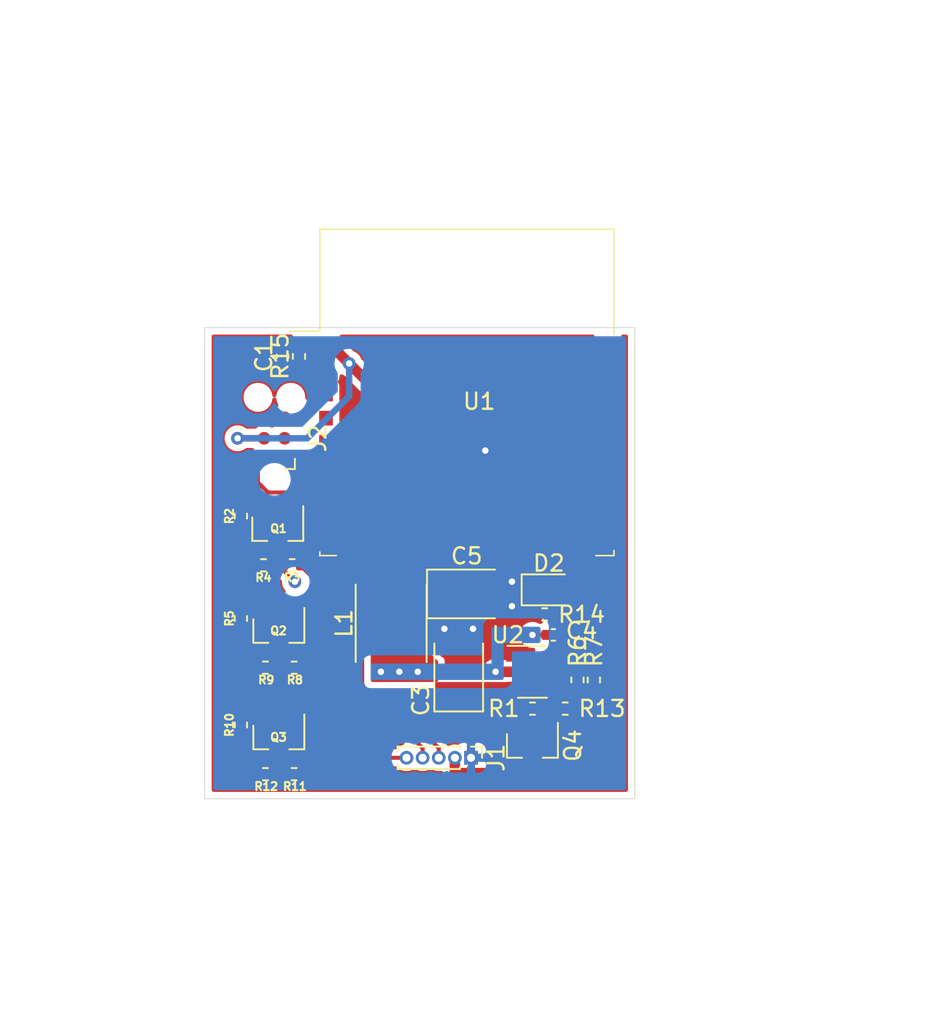
<source format=kicad_pcb>
(kicad_pcb (version 20171130) (host pcbnew 5.1.10)

  (general
    (thickness 1.6)
    (drawings 4)
    (tracks 126)
    (zones 0)
    (modules 29)
    (nets 24)
  )

  (page A4)
  (layers
    (0 F.Cu signal)
    (31 B.Cu signal)
    (32 B.Adhes user)
    (33 F.Adhes user)
    (34 B.Paste user)
    (35 F.Paste user)
    (36 B.SilkS user)
    (37 F.SilkS user)
    (38 B.Mask user)
    (39 F.Mask user)
    (40 Dwgs.User user)
    (41 Cmts.User user)
    (42 Eco1.User user)
    (43 Eco2.User user)
    (44 Edge.Cuts user)
    (45 Margin user)
    (46 B.CrtYd user)
    (47 F.CrtYd user)
    (48 B.Fab user)
    (49 F.Fab user)
  )

  (setup
    (last_trace_width 0.25)
    (user_trace_width 0.65)
    (trace_clearance 0.2)
    (zone_clearance 0.3)
    (zone_45_only yes)
    (trace_min 0.2)
    (via_size 0.8)
    (via_drill 0.4)
    (via_min_size 0.4)
    (via_min_drill 0.3)
    (uvia_size 0.3)
    (uvia_drill 0.1)
    (uvias_allowed no)
    (uvia_min_size 0.2)
    (uvia_min_drill 0.1)
    (edge_width 0.05)
    (segment_width 0.2)
    (pcb_text_width 0.3)
    (pcb_text_size 1.5 1.5)
    (mod_edge_width 0.12)
    (mod_text_size 1 1)
    (mod_text_width 0.15)
    (pad_size 1.524 1.524)
    (pad_drill 0.762)
    (pad_to_mask_clearance 0)
    (aux_axis_origin 0 0)
    (visible_elements FFFFFF7F)
    (pcbplotparams
      (layerselection 0x010fc_ffffffff)
      (usegerberextensions false)
      (usegerberattributes true)
      (usegerberadvancedattributes true)
      (creategerberjobfile true)
      (excludeedgelayer true)
      (linewidth 0.100000)
      (plotframeref false)
      (viasonmask false)
      (mode 1)
      (useauxorigin false)
      (hpglpennumber 1)
      (hpglpenspeed 20)
      (hpglpendiameter 15.000000)
      (psnegative false)
      (psa4output false)
      (plotreference true)
      (plotvalue true)
      (plotinvisibletext false)
      (padsonsilk false)
      (subtractmaskfromsilk false)
      (outputformat 1)
      (mirror false)
      (drillshape 1)
      (scaleselection 1)
      (outputdirectory ""))
  )

  (net 0 "")
  (net 1 D1)
  (net 2 RAW_PWR)
  (net 3 LED)
  (net 4 D0)
  (net 5 GND)
  (net 6 D0_drive)
  (net 7 D1_drive)
  (net 8 LED_drive)
  (net 9 "Net-(R1-Pad2)")
  (net 10 D0_sample)
  (net 11 "Net-(R6-Pad2)")
  (net 12 +3V3)
  (net 13 D1_sample)
  (net 14 LED_sample)
  (net 15 "Net-(C4-Pad2)")
  (net 16 "Net-(D1-Pad2)")
  (net 17 /SW)
  (net 18 /VIN)
  (net 19 /EN)
  (net 20 /TMS)
  (net 21 /TDI)
  (net 22 /TCK)
  (net 23 /TDO)

  (net_class Default "This is the default net class."
    (clearance 0.2)
    (trace_width 0.25)
    (via_dia 0.8)
    (via_drill 0.4)
    (uvia_dia 0.3)
    (uvia_drill 0.1)
    (add_net /EN)
    (add_net /SW)
    (add_net /TCK)
    (add_net /TDI)
    (add_net /TDO)
    (add_net /TMS)
    (add_net D0)
    (add_net D0_drive)
    (add_net D0_sample)
    (add_net D1)
    (add_net D1_drive)
    (add_net D1_sample)
    (add_net LED)
    (add_net LED_drive)
    (add_net LED_sample)
    (add_net "Net-(C4-Pad2)")
    (add_net "Net-(D1-Pad2)")
    (add_net "Net-(R1-Pad2)")
    (add_net "Net-(R6-Pad2)")
    (add_net RAW_PWR)
  )

  (net_class Power ""
    (clearance 0.2)
    (trace_width 0.4)
    (via_dia 0.8)
    (via_drill 0.4)
    (uvia_dia 0.3)
    (uvia_drill 0.1)
    (add_net +3V3)
    (add_net /VIN)
    (add_net GND)
  )

  (module Capacitor_SMD:C_0402_1005Metric (layer F.Cu) (tedit 5F68FEEE) (tstamp 614973DB)
    (at 181.356 83.058 90)
    (descr "Capacitor SMD 0402 (1005 Metric), square (rectangular) end terminal, IPC_7351 nominal, (Body size source: IPC-SM-782 page 76, https://www.pcb-3d.com/wordpress/wp-content/uploads/ipc-sm-782a_amendment_1_and_2.pdf), generated with kicad-footprint-generator")
    (tags capacitor)
    (path /6154B498)
    (attr smd)
    (fp_text reference C1 (at 0 -1.16 90) (layer F.SilkS)
      (effects (font (size 1 1) (thickness 0.15)))
    )
    (fp_text value 1u (at 0 1.16 90) (layer F.Fab)
      (effects (font (size 1 1) (thickness 0.15)))
    )
    (fp_line (start 0.91 0.46) (end -0.91 0.46) (layer F.CrtYd) (width 0.05))
    (fp_line (start 0.91 -0.46) (end 0.91 0.46) (layer F.CrtYd) (width 0.05))
    (fp_line (start -0.91 -0.46) (end 0.91 -0.46) (layer F.CrtYd) (width 0.05))
    (fp_line (start -0.91 0.46) (end -0.91 -0.46) (layer F.CrtYd) (width 0.05))
    (fp_line (start -0.107836 0.36) (end 0.107836 0.36) (layer F.SilkS) (width 0.12))
    (fp_line (start -0.107836 -0.36) (end 0.107836 -0.36) (layer F.SilkS) (width 0.12))
    (fp_line (start 0.5 0.25) (end -0.5 0.25) (layer F.Fab) (width 0.1))
    (fp_line (start 0.5 -0.25) (end 0.5 0.25) (layer F.Fab) (width 0.1))
    (fp_line (start -0.5 -0.25) (end 0.5 -0.25) (layer F.Fab) (width 0.1))
    (fp_line (start -0.5 0.25) (end -0.5 -0.25) (layer F.Fab) (width 0.1))
    (fp_text user %R (at 0 0 90) (layer F.Fab)
      (effects (font (size 0.25 0.25) (thickness 0.04)))
    )
    (pad 2 smd roundrect (at 0.48 0 90) (size 0.56 0.62) (layers F.Cu F.Paste F.Mask) (roundrect_rratio 0.25)
      (net 5 GND))
    (pad 1 smd roundrect (at -0.48 0 90) (size 0.56 0.62) (layers F.Cu F.Paste F.Mask) (roundrect_rratio 0.25)
      (net 19 /EN))
    (model ${KISYS3DMOD}/Capacitor_SMD.3dshapes/C_0402_1005Metric.wrl
      (at (xyz 0 0 0))
      (scale (xyz 1 1 1))
      (rotate (xyz 0 0 0))
    )
  )

  (module Resistor_SMD:R_0402_1005Metric (layer F.Cu) (tedit 5F68FEEE) (tstamp 61495EE3)
    (at 182.372 83.06 90)
    (descr "Resistor SMD 0402 (1005 Metric), square (rectangular) end terminal, IPC_7351 nominal, (Body size source: IPC-SM-782 page 72, https://www.pcb-3d.com/wordpress/wp-content/uploads/ipc-sm-782a_amendment_1_and_2.pdf), generated with kicad-footprint-generator")
    (tags resistor)
    (path /6154EBA7)
    (attr smd)
    (fp_text reference R15 (at 0 -1.17 90) (layer F.SilkS)
      (effects (font (size 1 1) (thickness 0.15)))
    )
    (fp_text value 10k (at 0 1.17 90) (layer F.Fab)
      (effects (font (size 1 1) (thickness 0.15)))
    )
    (fp_line (start 0.93 0.47) (end -0.93 0.47) (layer F.CrtYd) (width 0.05))
    (fp_line (start 0.93 -0.47) (end 0.93 0.47) (layer F.CrtYd) (width 0.05))
    (fp_line (start -0.93 -0.47) (end 0.93 -0.47) (layer F.CrtYd) (width 0.05))
    (fp_line (start -0.93 0.47) (end -0.93 -0.47) (layer F.CrtYd) (width 0.05))
    (fp_line (start -0.153641 0.38) (end 0.153641 0.38) (layer F.SilkS) (width 0.12))
    (fp_line (start -0.153641 -0.38) (end 0.153641 -0.38) (layer F.SilkS) (width 0.12))
    (fp_line (start 0.525 0.27) (end -0.525 0.27) (layer F.Fab) (width 0.1))
    (fp_line (start 0.525 -0.27) (end 0.525 0.27) (layer F.Fab) (width 0.1))
    (fp_line (start -0.525 -0.27) (end 0.525 -0.27) (layer F.Fab) (width 0.1))
    (fp_line (start -0.525 0.27) (end -0.525 -0.27) (layer F.Fab) (width 0.1))
    (fp_text user %R (at 0 0 90) (layer F.Fab)
      (effects (font (size 0.26 0.26) (thickness 0.04)))
    )
    (pad 2 smd roundrect (at 0.51 0 90) (size 0.54 0.64) (layers F.Cu F.Paste F.Mask) (roundrect_rratio 0.25)
      (net 12 +3V3))
    (pad 1 smd roundrect (at -0.51 0 90) (size 0.54 0.64) (layers F.Cu F.Paste F.Mask) (roundrect_rratio 0.25)
      (net 19 /EN))
    (model ${KISYS3DMOD}/Resistor_SMD.3dshapes/R_0402_1005Metric.wrl
      (at (xyz 0 0 0))
      (scale (xyz 1 1 1))
      (rotate (xyz 0 0 0))
    )
  )

  (module Connector:Tag-Connect_TC2030-IDC-NL_2x03_P1.27mm_Vertical (layer F.Cu) (tedit 5A29CEA9) (tstamp 61494D77)
    (at 180.848 88.138 90)
    (descr "Tag-Connect programming header; http://www.tag-connect.com/Materials/TC2030-IDC-NL.pdf")
    (tags "tag connect programming header pogo pins")
    (path /61531CBF)
    (attr virtual)
    (fp_text reference J2 (at 0 2.7 90) (layer F.SilkS)
      (effects (font (size 1 1) (thickness 0.15)))
    )
    (fp_text value Conn_02x03_Odd_Even (at 0 -2.3 90) (layer F.Fab)
      (effects (font (size 1 1) (thickness 0.15)))
    )
    (fp_line (start 0.635 0.635) (end 1.27 0) (layer Dwgs.User) (width 0.1))
    (fp_line (start 0 0.635) (end 1.27 -0.635) (layer Dwgs.User) (width 0.1))
    (fp_line (start -0.635 0.635) (end 0.635 -0.635) (layer Dwgs.User) (width 0.1))
    (fp_line (start -1.27 0) (end -0.635 -0.635) (layer Dwgs.User) (width 0.1))
    (fp_line (start -1.27 0.635) (end 0 -0.635) (layer Dwgs.User) (width 0.1))
    (fp_line (start -1.27 -0.635) (end 1.27 -0.635) (layer Dwgs.User) (width 0.1))
    (fp_line (start 1.27 -0.635) (end 1.27 0.635) (layer Dwgs.User) (width 0.1))
    (fp_line (start 1.27 0.635) (end -1.27 0.635) (layer Dwgs.User) (width 0.1))
    (fp_line (start -1.27 0.635) (end -1.27 -0.635) (layer Dwgs.User) (width 0.1))
    (fp_line (start -3.5 -2) (end 3.5 -2) (layer F.CrtYd) (width 0.05))
    (fp_line (start 3.5 -2) (end 3.5 2) (layer F.CrtYd) (width 0.05))
    (fp_line (start 3.5 2) (end -3.5 2) (layer F.CrtYd) (width 0.05))
    (fp_line (start -3.5 2) (end -3.5 -2) (layer F.CrtYd) (width 0.05))
    (fp_line (start -1.27 1.27) (end -1.905 1.27) (layer F.SilkS) (width 0.12))
    (fp_line (start -1.905 1.27) (end -1.905 0.635) (layer F.SilkS) (width 0.12))
    (fp_text user KEEPOUT (at 0 0 90) (layer Cmts.User)
      (effects (font (size 0.4 0.4) (thickness 0.07)))
    )
    (fp_text user %R (at 0 0 90) (layer F.Fab)
      (effects (font (size 1 1) (thickness 0.15)))
    )
    (pad 6 connect circle (at 1.27 -0.635 90) (size 0.7874 0.7874) (layers F.Cu F.Mask)
      (net 5 GND))
    (pad 5 connect circle (at 1.27 0.635 90) (size 0.7874 0.7874) (layers F.Cu F.Mask)
      (net 20 /TMS))
    (pad 4 connect circle (at 0 -0.635 90) (size 0.7874 0.7874) (layers F.Cu F.Mask)
      (net 12 +3V3))
    (pad 3 connect circle (at 0 0.635 90) (size 0.7874 0.7874) (layers F.Cu F.Mask)
      (net 21 /TDI))
    (pad 2 connect circle (at -1.27 -0.635 90) (size 0.7874 0.7874) (layers F.Cu F.Mask)
      (net 23 /TDO))
    (pad 1 connect circle (at -1.27 0.635 90) (size 0.7874 0.7874) (layers F.Cu F.Mask)
      (net 22 /TCK))
    (pad "" np_thru_hole circle (at -2.54 0 90) (size 0.9906 0.9906) (drill 0.9906) (layers *.Cu *.Mask))
    (pad "" np_thru_hole circle (at 2.54 1.016 90) (size 0.9906 0.9906) (drill 0.9906) (layers *.Cu *.Mask))
    (pad "" np_thru_hole circle (at 2.54 -1.016 90) (size 0.9906 0.9906) (drill 0.9906) (layers *.Cu *.Mask))
  )

  (module Resistor_SMD:R_0402_1005Metric (layer F.Cu) (tedit 5F68FEEE) (tstamp 61492FAF)
    (at 197.61 99.06 180)
    (descr "Resistor SMD 0402 (1005 Metric), square (rectangular) end terminal, IPC_7351 nominal, (Body size source: IPC-SM-782 page 72, https://www.pcb-3d.com/wordpress/wp-content/uploads/ipc-sm-782a_amendment_1_and_2.pdf), generated with kicad-footprint-generator")
    (tags resistor)
    (path /615192EA)
    (attr smd)
    (fp_text reference R14 (at -2.288 0) (layer F.SilkS)
      (effects (font (size 1 1) (thickness 0.15)))
    )
    (fp_text value 220 (at 0 1.17) (layer F.Fab)
      (effects (font (size 1 1) (thickness 0.15)))
    )
    (fp_line (start 0.93 0.47) (end -0.93 0.47) (layer F.CrtYd) (width 0.05))
    (fp_line (start 0.93 -0.47) (end 0.93 0.47) (layer F.CrtYd) (width 0.05))
    (fp_line (start -0.93 -0.47) (end 0.93 -0.47) (layer F.CrtYd) (width 0.05))
    (fp_line (start -0.93 0.47) (end -0.93 -0.47) (layer F.CrtYd) (width 0.05))
    (fp_line (start -0.153641 0.38) (end 0.153641 0.38) (layer F.SilkS) (width 0.12))
    (fp_line (start -0.153641 -0.38) (end 0.153641 -0.38) (layer F.SilkS) (width 0.12))
    (fp_line (start 0.525 0.27) (end -0.525 0.27) (layer F.Fab) (width 0.1))
    (fp_line (start 0.525 -0.27) (end 0.525 0.27) (layer F.Fab) (width 0.1))
    (fp_line (start -0.525 -0.27) (end 0.525 -0.27) (layer F.Fab) (width 0.1))
    (fp_line (start -0.525 0.27) (end -0.525 -0.27) (layer F.Fab) (width 0.1))
    (fp_text user %R (at 0 0) (layer F.Fab)
      (effects (font (size 0.26 0.26) (thickness 0.04)))
    )
    (pad 2 smd roundrect (at 0.51 0 180) (size 0.54 0.64) (layers F.Cu F.Paste F.Mask) (roundrect_rratio 0.25)
      (net 5 GND))
    (pad 1 smd roundrect (at -0.51 0 180) (size 0.54 0.64) (layers F.Cu F.Paste F.Mask) (roundrect_rratio 0.25))
    (model ${KISYS3DMOD}/Resistor_SMD.3dshapes/R_0402_1005Metric.wrl
      (at (xyz 0 0 0))
      (scale (xyz 1 1 1))
      (rotate (xyz 0 0 0))
    )
  )

  (module LED_SMD:LED_0805_2012Metric (layer F.Cu) (tedit 5F68FEF1) (tstamp 61492EC2)
    (at 197.866 97.536)
    (descr "LED SMD 0805 (2012 Metric), square (rectangular) end terminal, IPC_7351 nominal, (Body size source: https://docs.google.com/spreadsheets/d/1BsfQQcO9C6DZCsRaXUlFlo91Tg2WpOkGARC1WS5S8t0/edit?usp=sharing), generated with kicad-footprint-generator")
    (tags LED)
    (path /61514E38)
    (attr smd)
    (fp_text reference D2 (at 0 -1.65) (layer F.SilkS)
      (effects (font (size 1 1) (thickness 0.15)))
    )
    (fp_text value pwr (at 0 1.65) (layer F.Fab)
      (effects (font (size 1 1) (thickness 0.15)))
    )
    (fp_line (start 1.68 0.95) (end -1.68 0.95) (layer F.CrtYd) (width 0.05))
    (fp_line (start 1.68 -0.95) (end 1.68 0.95) (layer F.CrtYd) (width 0.05))
    (fp_line (start -1.68 -0.95) (end 1.68 -0.95) (layer F.CrtYd) (width 0.05))
    (fp_line (start -1.68 0.95) (end -1.68 -0.95) (layer F.CrtYd) (width 0.05))
    (fp_line (start -1.685 0.96) (end 1 0.96) (layer F.SilkS) (width 0.12))
    (fp_line (start -1.685 -0.96) (end -1.685 0.96) (layer F.SilkS) (width 0.12))
    (fp_line (start 1 -0.96) (end -1.685 -0.96) (layer F.SilkS) (width 0.12))
    (fp_line (start 1 0.6) (end 1 -0.6) (layer F.Fab) (width 0.1))
    (fp_line (start -1 0.6) (end 1 0.6) (layer F.Fab) (width 0.1))
    (fp_line (start -1 -0.3) (end -1 0.6) (layer F.Fab) (width 0.1))
    (fp_line (start -0.7 -0.6) (end -1 -0.3) (layer F.Fab) (width 0.1))
    (fp_line (start 1 -0.6) (end -0.7 -0.6) (layer F.Fab) (width 0.1))
    (fp_text user %R (at 0 0) (layer F.Fab)
      (effects (font (size 0.5 0.5) (thickness 0.08)))
    )
    (pad 2 smd roundrect (at 0.9375 0) (size 0.975 1.4) (layers F.Cu F.Paste F.Mask) (roundrect_rratio 0.25)
      (net 12 +3V3))
    (pad 1 smd roundrect (at -0.9375 0) (size 0.975 1.4) (layers F.Cu F.Paste F.Mask) (roundrect_rratio 0.25))
    (model ${KISYS3DMOD}/LED_SMD.3dshapes/LED_0805_2012Metric.wrl
      (at (xyz 0 0 0))
      (scale (xyz 1 1 1))
      (rotate (xyz 0 0 0))
    )
  )

  (module Connector_PinHeader_1.00mm:PinHeader_1x05_P1.00mm_Vertical (layer F.Cu) (tedit 59FED738) (tstamp 614BABCF)
    (at 193.04 107.95 270)
    (descr "Through hole straight pin header, 1x05, 1.00mm pitch, single row")
    (tags "Through hole pin header THT 1x05 1.00mm single row")
    (path /6150D690)
    (fp_text reference J1 (at 0 -1.56 90) (layer F.SilkS)
      (effects (font (size 1 1) (thickness 0.15)))
    )
    (fp_text value Conn_01x05 (at 0 5.56 90) (layer F.Fab)
      (effects (font (size 1 1) (thickness 0.15)))
    )
    (fp_line (start 1.15 -1) (end -1.15 -1) (layer F.CrtYd) (width 0.05))
    (fp_line (start 1.15 5) (end 1.15 -1) (layer F.CrtYd) (width 0.05))
    (fp_line (start -1.15 5) (end 1.15 5) (layer F.CrtYd) (width 0.05))
    (fp_line (start -1.15 -1) (end -1.15 5) (layer F.CrtYd) (width 0.05))
    (fp_line (start -0.695 -0.685) (end 0 -0.685) (layer F.SilkS) (width 0.12))
    (fp_line (start -0.695 0) (end -0.695 -0.685) (layer F.SilkS) (width 0.12))
    (fp_line (start 0.608276 0.685) (end 0.695 0.685) (layer F.SilkS) (width 0.12))
    (fp_line (start -0.695 0.685) (end -0.608276 0.685) (layer F.SilkS) (width 0.12))
    (fp_line (start 0.695 0.685) (end 0.695 4.56) (layer F.SilkS) (width 0.12))
    (fp_line (start -0.695 0.685) (end -0.695 4.56) (layer F.SilkS) (width 0.12))
    (fp_line (start 0.394493 4.56) (end 0.695 4.56) (layer F.SilkS) (width 0.12))
    (fp_line (start -0.695 4.56) (end -0.394493 4.56) (layer F.SilkS) (width 0.12))
    (fp_line (start -0.635 -0.1825) (end -0.3175 -0.5) (layer F.Fab) (width 0.1))
    (fp_line (start -0.635 4.5) (end -0.635 -0.1825) (layer F.Fab) (width 0.1))
    (fp_line (start 0.635 4.5) (end -0.635 4.5) (layer F.Fab) (width 0.1))
    (fp_line (start 0.635 -0.5) (end 0.635 4.5) (layer F.Fab) (width 0.1))
    (fp_line (start -0.3175 -0.5) (end 0.635 -0.5) (layer F.Fab) (width 0.1))
    (fp_text user %R (at 0 2) (layer F.Fab)
      (effects (font (size 0.76 0.76) (thickness 0.114)))
    )
    (pad 5 thru_hole oval (at 0 4 270) (size 0.85 0.85) (drill 0.5) (layers *.Cu *.Mask)
      (net 3 LED))
    (pad 4 thru_hole oval (at 0 3 270) (size 0.85 0.85) (drill 0.5) (layers *.Cu *.Mask)
      (net 1 D1))
    (pad 3 thru_hole oval (at 0 2 270) (size 0.85 0.85) (drill 0.5) (layers *.Cu *.Mask)
      (net 4 D0))
    (pad 2 thru_hole oval (at 0 1 270) (size 0.85 0.85) (drill 0.5) (layers *.Cu *.Mask)
      (net 2 RAW_PWR))
    (pad 1 thru_hole rect (at 0 0 270) (size 0.85 0.85) (drill 0.5) (layers *.Cu *.Mask)
      (net 5 GND))
    (model ${KISYS3DMOD}/Connector_PinHeader_1.00mm.3dshapes/PinHeader_1x05_P1.00mm_Vertical.wrl
      (at (xyz 0 0 0))
      (scale (xyz 1 1 1))
      (rotate (xyz 0 0 0))
    )
  )

  (module RF_Module:ESP-WROOM-02 (layer F.Cu) (tedit 5B5B45D7) (tstamp 61493C0D)
    (at 192.786 88.392)
    (descr http://espressif.com/sites/default/files/documentation/0c-esp-wroom-02_datasheet_en.pdf)
    (tags "ESP WROOM-02 espressif esp8266ex")
    (path /6147ACA8)
    (attr smd)
    (fp_text reference U1 (at 0.762 -2.54 180) (layer F.SilkS)
      (effects (font (size 1 1) (thickness 0.15)))
    )
    (fp_text value ESP-C3-WROOM-02 (at 0 8.33) (layer F.Fab)
      (effects (font (size 1 1) (thickness 0.15)))
    )
    (fp_line (start -9.12 -6.9) (end -11 -6.9) (layer F.SilkS) (width 0.1))
    (fp_line (start -9.12 -13.22) (end -9.12 -6.9) (layer F.SilkS) (width 0.1))
    (fp_line (start 9.12 -13.22) (end 9.12 -6.7) (layer F.SilkS) (width 0.1))
    (fp_line (start -9.12 -13.22) (end 9.12 -13.22) (layer F.SilkS) (width 0.1))
    (fp_line (start 8 7.02) (end 9.12 7.02) (layer F.SilkS) (width 0.1))
    (fp_line (start 9.12 6.7) (end 9.12 7) (layer F.SilkS) (width 0.1))
    (fp_line (start -9.12 7.02) (end -8.1 7.02) (layer F.SilkS) (width 0.1))
    (fp_line (start -9.12 6.8) (end -9.12 7.02) (layer F.SilkS) (width 0.1))
    (fp_line (start 8.3 -17.9) (end 8.1 -17.7) (layer Cmts.User) (width 0.1))
    (fp_line (start 8.3 -13.3) (end 8.3 -17.9) (layer Cmts.User) (width 0.1))
    (fp_line (start 8.3 -17.9) (end 8.5 -17.7) (layer Cmts.User) (width 0.1))
    (fp_line (start 8.3 -13.3) (end 8.5 -13.5) (layer Cmts.User) (width 0.1))
    (fp_line (start 8.3 -13.3) (end 8.1 -13.5) (layer Cmts.User) (width 0.1))
    (fp_line (start -9.2 -10.7) (end -9.4 -10.9) (layer Cmts.User) (width 0.1))
    (fp_line (start -13.8 -10.7) (end -9.2 -10.7) (layer Cmts.User) (width 0.1))
    (fp_line (start -9.2 -10.7) (end -9.4 -10.5) (layer Cmts.User) (width 0.1))
    (fp_line (start -13.8 -10.7) (end -13.6 -10.5) (layer Cmts.User) (width 0.1))
    (fp_line (start -13.8 -10.7) (end -13.6 -10.9) (layer Cmts.User) (width 0.1))
    (fp_line (start 9.2 -10.7) (end 9.4 -10.5) (layer Cmts.User) (width 0.1))
    (fp_line (start 9.2 -10.7) (end 9.4 -10.9) (layer Cmts.User) (width 0.1))
    (fp_line (start 13.8 -10.7) (end 13.6 -10.5) (layer Cmts.User) (width 0.1))
    (fp_line (start 13.8 -10.7) (end 13.6 -10.9) (layer Cmts.User) (width 0.1))
    (fp_line (start 9.2 -10.7) (end 13.8 -10.7) (layer Cmts.User) (width 0.1))
    (fp_line (start 14 -8.41) (end 12 -6.795) (layer Dwgs.User) (width 0.1))
    (fp_line (start 14 -10.025) (end 10 -6.795) (layer Dwgs.User) (width 0.1))
    (fp_line (start 14 -11.64) (end 8 -6.795) (layer Dwgs.User) (width 0.1))
    (fp_line (start 14 -13.255) (end 6 -6.795) (layer Dwgs.User) (width 0.1))
    (fp_line (start 14 -14.87) (end 4 -6.795) (layer Dwgs.User) (width 0.1))
    (fp_line (start 14 -16.485) (end 2 -6.795) (layer Dwgs.User) (width 0.1))
    (fp_line (start 14 -18.1) (end 0 -6.795) (layer Dwgs.User) (width 0.1))
    (fp_line (start 12 -18.1) (end -2 -6.795) (layer Dwgs.User) (width 0.1))
    (fp_line (start 10 -18.1) (end -4 -6.795) (layer Dwgs.User) (width 0.1))
    (fp_line (start 8 -18.1) (end -6 -6.795) (layer Dwgs.User) (width 0.1))
    (fp_line (start -8 -6.795) (end 6 -18.1) (layer Dwgs.User) (width 0.1))
    (fp_line (start 4 -18.1) (end -10 -6.795) (layer Dwgs.User) (width 0.1))
    (fp_line (start 2 -18.1) (end -12 -6.795) (layer Dwgs.User) (width 0.1))
    (fp_line (start 0 -18.1) (end -14 -6.795) (layer Dwgs.User) (width 0.1))
    (fp_line (start -2 -18.1) (end -14 -8.41) (layer Dwgs.User) (width 0.1))
    (fp_line (start -4 -18.1) (end -14 -10.025) (layer Dwgs.User) (width 0.1))
    (fp_line (start -6 -18.1) (end -14 -11.64) (layer Dwgs.User) (width 0.1))
    (fp_line (start -8 -18.1) (end -14 -13.255) (layer Dwgs.User) (width 0.1))
    (fp_line (start -10 -18.1) (end -14 -14.87) (layer Dwgs.User) (width 0.1))
    (fp_line (start -12 -18.1) (end -14 -16.485) (layer Dwgs.User) (width 0.1))
    (fp_line (start 9.41 -6.55) (end 14.25 -6.55) (layer F.CrtYd) (width 0.05))
    (fp_line (start -14.25 -6.55) (end -9.41 -6.55) (layer F.CrtYd) (width 0.05))
    (fp_line (start 14.25 -18.35) (end 14.25 -6.55) (layer F.CrtYd) (width 0.05))
    (fp_line (start -14.25 -18.35) (end -14.25 -6.55) (layer F.CrtYd) (width 0.05))
    (fp_line (start 14 -18.1) (end -14 -18.1) (layer Dwgs.User) (width 0.1))
    (fp_line (start 14 -6.8) (end 14 -18.1) (layer Dwgs.User) (width 0.1))
    (fp_line (start -9 -13.1) (end 9 -13.1) (layer Dwgs.User) (width 0.1))
    (fp_line (start 9 -13.1) (end 9 -6.78) (layer Dwgs.User) (width 0.1))
    (fp_line (start 14 -6.8) (end -14 -6.8) (layer Dwgs.User) (width 0.1))
    (fp_line (start -9 -6.8) (end -9 -13.1) (layer Dwgs.User) (width 0.1))
    (fp_line (start -8.5 -7) (end -9 -6.5) (layer F.Fab) (width 0.1))
    (fp_line (start -9 -7.5) (end -8.5 -7) (layer F.Fab) (width 0.1))
    (fp_line (start -9 -6.5) (end -9 6.9) (layer F.Fab) (width 0.1))
    (fp_line (start -14.25 -18.35) (end 14.25 -18.35) (layer F.CrtYd) (width 0.05))
    (fp_line (start 9.41 -6.55) (end 9.41 7.15) (layer F.CrtYd) (width 0.05))
    (fp_line (start -9.41 7.15) (end 9.41 7.15) (layer F.CrtYd) (width 0.05))
    (fp_line (start -9.41 7.15) (end -9.41 -6.55) (layer F.CrtYd) (width 0.05))
    (fp_line (start -9 -13.1) (end 9 -13.1) (layer F.Fab) (width 0.1))
    (fp_line (start -9 -13.1) (end -9 -7.5) (layer F.Fab) (width 0.1))
    (fp_line (start -9 6.9) (end 9 6.9) (layer F.Fab) (width 0.1))
    (fp_line (start 9 6.9) (end 9 -13.1) (layer F.Fab) (width 0.1))
    (fp_line (start -14 -6.8) (end -14 -18.1) (layer Dwgs.User) (width 0.1))
    (fp_text user %R (at 0 0) (layer F.Fab)
      (effects (font (size 1 1) (thickness 0.15)))
    )
    (fp_text user "KEEP-OUT ZONE" (at 0 -16) (layer Cmts.User)
      (effects (font (size 1 1) (thickness 0.15)))
    )
    (fp_text user Antenna (at 0 -10) (layer Cmts.User)
      (effects (font (size 1 1) (thickness 0.15)))
    )
    (fp_text user "5 mm" (at 11.8 -11.2) (layer Cmts.User)
      (effects (font (size 0.5 0.5) (thickness 0.1)))
    )
    (fp_text user "5 mm" (at -11.2 -11.2) (layer Cmts.User)
      (effects (font (size 0.5 0.5) (thickness 0.1)))
    )
    (fp_text user "5 mm" (at 7.8 -15.9 90) (layer Cmts.User)
      (effects (font (size 0.5 0.5) (thickness 0.1)))
    )
    (pad 19 smd rect (at 1.12 0.58) (size 4.3 4.3) (layers F.Cu F.Paste F.Mask)
      (net 5 GND))
    (pad 1 smd rect (at -8.7375 -6) (size 0.85 0.9125) (layers F.Cu F.Paste F.Mask)
      (net 12 +3V3))
    (pad 2 smd rect (at -8.7375 -4.5) (size 0.85 0.9125) (layers F.Cu F.Paste F.Mask)
      (net 19 /EN))
    (pad 3 smd rect (at -8.7375 -3) (size 0.85 0.9125) (layers F.Cu F.Paste F.Mask)
      (net 20 /TMS))
    (pad 4 smd rect (at -8.7375 -1.5) (size 0.85 0.9125) (layers F.Cu F.Paste F.Mask)
      (net 21 /TDI))
    (pad 5 smd rect (at -8.7375 0) (size 0.85 0.9125) (layers F.Cu F.Paste F.Mask)
      (net 22 /TCK))
    (pad 6 smd rect (at -8.7375 1.5) (size 0.85 0.9125) (layers F.Cu F.Paste F.Mask)
      (net 23 /TDO))
    (pad 7 smd rect (at -8.7375 3) (size 0.85 0.9125) (layers F.Cu F.Paste F.Mask))
    (pad 8 smd rect (at -8.7375 4.5) (size 0.85 0.9125) (layers F.Cu F.Paste F.Mask))
    (pad 9 smd rect (at -8.7375 6) (size 0.85 0.9125) (layers F.Cu F.Paste F.Mask)
      (net 5 GND))
    (pad 10 smd rect (at 8.7375 6) (size 0.85 0.9125) (layers F.Cu F.Paste F.Mask))
    (pad 11 smd rect (at 8.7375 4.5) (size 0.85 0.9125) (layers F.Cu F.Paste F.Mask))
    (pad 12 smd rect (at 8.7375 3) (size 0.85 0.9125) (layers F.Cu F.Paste F.Mask))
    (pad 13 smd rect (at 8.7375 1.5) (size 0.85 0.9125) (layers F.Cu F.Paste F.Mask))
    (pad 14 smd rect (at 8.7375 0) (size 0.85 0.9125) (layers F.Cu F.Paste F.Mask))
    (pad 15 smd rect (at 8.7375 -1.5) (size 0.85 0.9125) (layers F.Cu F.Paste F.Mask))
    (pad 16 smd rect (at 8.7375 -3) (size 0.85 0.9125) (layers F.Cu F.Paste F.Mask))
    (pad 17 smd rect (at 8.7375 -4.5) (size 0.85 0.9125) (layers F.Cu F.Paste F.Mask))
    (pad 18 smd rect (at 8.7375 -6) (size 0.85 0.9125) (layers F.Cu F.Paste F.Mask))
    (model ${KISYS3DMOD}/RF_Module.3dshapes/ESP-WROOM-02.wrl
      (at (xyz 0 0 0))
      (scale (xyz 1 1 1))
      (rotate (xyz 0 0 0))
    )
  )

  (module feet:Sunlord_MWSA0402S (layer F.Cu) (tedit 61482A38) (tstamp 614BA4A6)
    (at 188.087 99.611 90)
    (path /615207B0)
    (attr smd)
    (fp_text reference L1 (at 0 -2.921 90) (layer F.SilkS)
      (effects (font (size 1 1) (thickness 0.15)))
    )
    (fp_text value 3.3uH (at 0 -5.1 90) (layer F.Fab)
      (effects (font (size 1 1) (thickness 0.15)))
    )
    (fp_line (start 2.8 -2.5) (end -2.8 -2.5) (layer F.CrtYd) (width 0.12))
    (fp_line (start 2.8 2.4) (end 2.8 -2.5) (layer F.CrtYd) (width 0.12))
    (fp_line (start -2.8 2.4) (end 2.8 2.4) (layer F.CrtYd) (width 0.12))
    (fp_line (start -2.8 -2.5) (end -2.8 2.4) (layer F.CrtYd) (width 0.12))
    (fp_line (start 2.4 -2.2) (end -2.4 -2.2) (layer F.SilkS) (width 0.12))
    (fp_line (start 2.4 2.2) (end -2.4 2.2) (layer F.SilkS) (width 0.12))
    (pad 2 smd rect (at 1.1 0 90) (size 1.5 2.5) (drill (offset 0.75 0)) (layers F.Cu F.Paste F.Mask)
      (net 12 +3V3))
    (pad 1 smd rect (at -1.1 0 90) (size 1.5 2.5) (drill (offset -0.75 0)) (layers F.Cu F.Paste F.Mask)
      (net 17 /SW))
  )

  (module Capacitor_Tantalum_SMD:CP_EIA-3528-12_Kemet-T (layer F.Cu) (tedit 5EBA9318) (tstamp 6148CE32)
    (at 192.7725 97.79)
    (descr "Tantalum Capacitor SMD Kemet-T (3528-12 Metric), IPC_7351 nominal, (Body size from: http://www.kemet.com/Lists/ProductCatalog/Attachments/253/KEM_TC101_STD.pdf), generated with kicad-footprint-generator")
    (tags "capacitor tantalum")
    (path /6152E6EB)
    (attr smd)
    (fp_text reference C5 (at 0 -2.35) (layer F.SilkS)
      (effects (font (size 1 1) (thickness 0.15)))
    )
    (fp_text value 22u (at 0 2.35) (layer F.Fab)
      (effects (font (size 1 1) (thickness 0.15)))
    )
    (fp_line (start 2.45 1.65) (end -2.45 1.65) (layer F.CrtYd) (width 0.05))
    (fp_line (start 2.45 -1.65) (end 2.45 1.65) (layer F.CrtYd) (width 0.05))
    (fp_line (start -2.45 -1.65) (end 2.45 -1.65) (layer F.CrtYd) (width 0.05))
    (fp_line (start -2.45 1.65) (end -2.45 -1.65) (layer F.CrtYd) (width 0.05))
    (fp_line (start -2.46 1.51) (end 1.75 1.51) (layer F.SilkS) (width 0.12))
    (fp_line (start -2.46 -1.51) (end -2.46 1.51) (layer F.SilkS) (width 0.12))
    (fp_line (start 1.75 -1.51) (end -2.46 -1.51) (layer F.SilkS) (width 0.12))
    (fp_line (start 1.75 1.4) (end 1.75 -1.4) (layer F.Fab) (width 0.1))
    (fp_line (start -1.75 1.4) (end 1.75 1.4) (layer F.Fab) (width 0.1))
    (fp_line (start -1.75 -0.7) (end -1.75 1.4) (layer F.Fab) (width 0.1))
    (fp_line (start -1.05 -1.4) (end -1.75 -0.7) (layer F.Fab) (width 0.1))
    (fp_line (start 1.75 -1.4) (end -1.05 -1.4) (layer F.Fab) (width 0.1))
    (fp_text user %R (at 0 0) (layer F.Fab)
      (effects (font (size 0.88 0.88) (thickness 0.13)))
    )
    (pad 2 smd roundrect (at 1.5375 0) (size 1.325 2.35) (layers F.Cu F.Paste F.Mask) (roundrect_rratio 0.188679)
      (net 5 GND))
    (pad 1 smd roundrect (at -1.5375 0) (size 1.325 2.35) (layers F.Cu F.Paste F.Mask) (roundrect_rratio 0.188679)
      (net 12 +3V3))
    (model ${KISYS3DMOD}/Capacitor_Tantalum_SMD.3dshapes/CP_EIA-3528-12_Kemet-T.wrl
      (at (xyz 0 0 0))
      (scale (xyz 1 1 1))
      (rotate (xyz 0 0 0))
    )
  )

  (module Capacitor_Tantalum_SMD:CP_EIA-3528-12_Kemet-T (layer F.Cu) (tedit 5EBA9318) (tstamp 6148B994)
    (at 192.278 102.616 90)
    (descr "Tantalum Capacitor SMD Kemet-T (3528-12 Metric), IPC_7351 nominal, (Body size from: http://www.kemet.com/Lists/ProductCatalog/Attachments/253/KEM_TC101_STD.pdf), generated with kicad-footprint-generator")
    (tags "capacitor tantalum")
    (path /615187F4)
    (attr smd)
    (fp_text reference C3 (at -1.778 -2.35 90) (layer F.SilkS)
      (effects (font (size 1 1) (thickness 0.15)))
    )
    (fp_text value 10u (at 0 2.35 90) (layer F.Fab)
      (effects (font (size 1 1) (thickness 0.15)))
    )
    (fp_line (start 2.45 1.65) (end -2.45 1.65) (layer F.CrtYd) (width 0.05))
    (fp_line (start 2.45 -1.65) (end 2.45 1.65) (layer F.CrtYd) (width 0.05))
    (fp_line (start -2.45 -1.65) (end 2.45 -1.65) (layer F.CrtYd) (width 0.05))
    (fp_line (start -2.45 1.65) (end -2.45 -1.65) (layer F.CrtYd) (width 0.05))
    (fp_line (start -2.46 1.51) (end 1.75 1.51) (layer F.SilkS) (width 0.12))
    (fp_line (start -2.46 -1.51) (end -2.46 1.51) (layer F.SilkS) (width 0.12))
    (fp_line (start 1.75 -1.51) (end -2.46 -1.51) (layer F.SilkS) (width 0.12))
    (fp_line (start 1.75 1.4) (end 1.75 -1.4) (layer F.Fab) (width 0.1))
    (fp_line (start -1.75 1.4) (end 1.75 1.4) (layer F.Fab) (width 0.1))
    (fp_line (start -1.75 -0.7) (end -1.75 1.4) (layer F.Fab) (width 0.1))
    (fp_line (start -1.05 -1.4) (end -1.75 -0.7) (layer F.Fab) (width 0.1))
    (fp_line (start 1.75 -1.4) (end -1.05 -1.4) (layer F.Fab) (width 0.1))
    (fp_text user %R (at 0 0 90) (layer F.Fab)
      (effects (font (size 0.88 0.88) (thickness 0.13)))
    )
    (pad 2 smd roundrect (at 1.5375 0 90) (size 1.325 2.35) (layers F.Cu F.Paste F.Mask) (roundrect_rratio 0.188679)
      (net 5 GND))
    (pad 1 smd roundrect (at -1.5375 0 90) (size 1.325 2.35) (layers F.Cu F.Paste F.Mask) (roundrect_rratio 0.188679)
      (net 18 /VIN))
    (model ${KISYS3DMOD}/Capacitor_Tantalum_SMD.3dshapes/CP_EIA-3528-12_Kemet-T.wrl
      (at (xyz 0 0 0))
      (scale (xyz 1 1 1))
      (rotate (xyz 0 0 0))
    )
  )

  (module Capacitor_SMD:C_0402_1005Metric (layer F.Cu) (tedit 5F68FEEE) (tstamp 614BA6A9)
    (at 198.148 100.33)
    (descr "Capacitor SMD 0402 (1005 Metric), square (rectangular) end terminal, IPC_7351 nominal, (Body size source: IPC-SM-782 page 76, https://www.pcb-3d.com/wordpress/wp-content/uploads/ipc-sm-782a_amendment_1_and_2.pdf), generated with kicad-footprint-generator")
    (tags capacitor)
    (path /61521C6F)
    (attr smd)
    (fp_text reference C4 (at 1.75 -0.254 180) (layer F.SilkS)
      (effects (font (size 1 1) (thickness 0.15)))
    )
    (fp_text value 0.1u (at 0 1.16) (layer F.Fab)
      (effects (font (size 1 1) (thickness 0.15)))
    )
    (fp_line (start 0.91 0.46) (end -0.91 0.46) (layer F.CrtYd) (width 0.05))
    (fp_line (start 0.91 -0.46) (end 0.91 0.46) (layer F.CrtYd) (width 0.05))
    (fp_line (start -0.91 -0.46) (end 0.91 -0.46) (layer F.CrtYd) (width 0.05))
    (fp_line (start -0.91 0.46) (end -0.91 -0.46) (layer F.CrtYd) (width 0.05))
    (fp_line (start -0.107836 0.36) (end 0.107836 0.36) (layer F.SilkS) (width 0.12))
    (fp_line (start -0.107836 -0.36) (end 0.107836 -0.36) (layer F.SilkS) (width 0.12))
    (fp_line (start 0.5 0.25) (end -0.5 0.25) (layer F.Fab) (width 0.1))
    (fp_line (start 0.5 -0.25) (end 0.5 0.25) (layer F.Fab) (width 0.1))
    (fp_line (start -0.5 -0.25) (end 0.5 -0.25) (layer F.Fab) (width 0.1))
    (fp_line (start -0.5 0.25) (end -0.5 -0.25) (layer F.Fab) (width 0.1))
    (fp_text user %R (at 0 0) (layer F.Fab)
      (effects (font (size 0.25 0.25) (thickness 0.04)))
    )
    (pad 2 smd roundrect (at 0.48 0) (size 0.56 0.62) (layers F.Cu F.Paste F.Mask) (roundrect_rratio 0.25)
      (net 15 "Net-(C4-Pad2)"))
    (pad 1 smd roundrect (at -0.48 0) (size 0.56 0.62) (layers F.Cu F.Paste F.Mask) (roundrect_rratio 0.25)
      (net 17 /SW))
    (model ${KISYS3DMOD}/Capacitor_SMD.3dshapes/C_0402_1005Metric.wrl
      (at (xyz 0 0 0))
      (scale (xyz 1 1 1))
      (rotate (xyz 0 0 0))
    )
  )

  (module Resistor_SMD:R_0402_1005Metric (layer F.Cu) (tedit 5F68FEEE) (tstamp 614BA832)
    (at 198.882 104.902)
    (descr "Resistor SMD 0402 (1005 Metric), square (rectangular) end terminal, IPC_7351 nominal, (Body size source: IPC-SM-782 page 72, https://www.pcb-3d.com/wordpress/wp-content/uploads/ipc-sm-782a_amendment_1_and_2.pdf), generated with kicad-footprint-generator")
    (tags resistor)
    (path /614E2E3F)
    (attr smd)
    (fp_text reference R13 (at 2.286 0) (layer F.SilkS)
      (effects (font (size 1 1) (thickness 0.15)))
    )
    (fp_text value 100 (at 0 1.17) (layer F.Fab)
      (effects (font (size 1 1) (thickness 0.15)))
    )
    (fp_line (start 0.93 0.47) (end -0.93 0.47) (layer F.CrtYd) (width 0.05))
    (fp_line (start 0.93 -0.47) (end 0.93 0.47) (layer F.CrtYd) (width 0.05))
    (fp_line (start -0.93 -0.47) (end 0.93 -0.47) (layer F.CrtYd) (width 0.05))
    (fp_line (start -0.93 0.47) (end -0.93 -0.47) (layer F.CrtYd) (width 0.05))
    (fp_line (start -0.153641 0.38) (end 0.153641 0.38) (layer F.SilkS) (width 0.12))
    (fp_line (start -0.153641 -0.38) (end 0.153641 -0.38) (layer F.SilkS) (width 0.12))
    (fp_line (start 0.525 0.27) (end -0.525 0.27) (layer F.Fab) (width 0.1))
    (fp_line (start 0.525 -0.27) (end 0.525 0.27) (layer F.Fab) (width 0.1))
    (fp_line (start -0.525 -0.27) (end 0.525 -0.27) (layer F.Fab) (width 0.1))
    (fp_line (start -0.525 0.27) (end -0.525 -0.27) (layer F.Fab) (width 0.1))
    (fp_text user %R (at 0 0) (layer F.Fab)
      (effects (font (size 0.26 0.26) (thickness 0.04)))
    )
    (pad 1 smd roundrect (at -0.51 0) (size 0.54 0.64) (layers F.Cu F.Paste F.Mask) (roundrect_rratio 0.25)
      (net 16 "Net-(D1-Pad2)"))
    (pad 2 smd roundrect (at 0.51 0) (size 0.54 0.64) (layers F.Cu F.Paste F.Mask) (roundrect_rratio 0.25)
      (net 5 GND))
    (model ${KISYS3DMOD}/Resistor_SMD.3dshapes/R_0402_1005Metric.wrl
      (at (xyz 0 0 0))
      (scale (xyz 1 1 1))
      (rotate (xyz 0 0 0))
    )
  )

  (module Package_TO_SOT_SMD:SOT-23 (layer F.Cu) (tedit 5A02FF57) (tstamp 61485B37)
    (at 196.85 107.188 270)
    (descr "SOT-23, Standard")
    (tags SOT-23)
    (path /61501BA8)
    (attr smd)
    (fp_text reference Q4 (at 0 -2.5 90) (layer F.SilkS)
      (effects (font (size 1 1) (thickness 0.15)))
    )
    (fp_text value Q_PMOS_GSD (at 0 2.5 90) (layer F.Fab)
      (effects (font (size 1 1) (thickness 0.15)))
    )
    (fp_line (start 0.76 1.58) (end -0.7 1.58) (layer F.SilkS) (width 0.12))
    (fp_line (start 0.76 -1.58) (end -1.4 -1.58) (layer F.SilkS) (width 0.12))
    (fp_line (start -1.7 1.75) (end -1.7 -1.75) (layer F.CrtYd) (width 0.05))
    (fp_line (start 1.7 1.75) (end -1.7 1.75) (layer F.CrtYd) (width 0.05))
    (fp_line (start 1.7 -1.75) (end 1.7 1.75) (layer F.CrtYd) (width 0.05))
    (fp_line (start -1.7 -1.75) (end 1.7 -1.75) (layer F.CrtYd) (width 0.05))
    (fp_line (start 0.76 -1.58) (end 0.76 -0.65) (layer F.SilkS) (width 0.12))
    (fp_line (start 0.76 1.58) (end 0.76 0.65) (layer F.SilkS) (width 0.12))
    (fp_line (start -0.7 1.52) (end 0.7 1.52) (layer F.Fab) (width 0.1))
    (fp_line (start 0.7 -1.52) (end 0.7 1.52) (layer F.Fab) (width 0.1))
    (fp_line (start -0.7 -0.95) (end -0.15 -1.52) (layer F.Fab) (width 0.1))
    (fp_line (start -0.15 -1.52) (end 0.7 -1.52) (layer F.Fab) (width 0.1))
    (fp_line (start -0.7 -0.95) (end -0.7 1.5) (layer F.Fab) (width 0.1))
    (fp_text user %R (at 0 0) (layer F.Fab)
      (effects (font (size 0.5 0.5) (thickness 0.075)))
    )
    (pad 1 smd rect (at -1 -0.95 270) (size 0.9 0.8) (layers F.Cu F.Paste F.Mask)
      (net 16 "Net-(D1-Pad2)"))
    (pad 2 smd rect (at -1 0.95 270) (size 0.9 0.8) (layers F.Cu F.Paste F.Mask)
      (net 18 /VIN))
    (pad 3 smd rect (at 1 0 270) (size 0.9 0.8) (layers F.Cu F.Paste F.Mask)
      (net 2 RAW_PWR))
    (model ${KISYS3DMOD}/Package_TO_SOT_SMD.3dshapes/SOT-23.wrl
      (at (xyz 0 0 0))
      (scale (xyz 1 1 1))
      (rotate (xyz 0 0 0))
    )
  )

  (module Resistor_SMD:R_0402_1005Metric (layer F.Cu) (tedit 5F68FEEE) (tstamp 6148EA34)
    (at 180.294 108.966 180)
    (descr "Resistor SMD 0402 (1005 Metric), square (rectangular) end terminal, IPC_7351 nominal, (Body size source: IPC-SM-782 page 72, https://www.pcb-3d.com/wordpress/wp-content/uploads/ipc-sm-782a_amendment_1_and_2.pdf), generated with kicad-footprint-generator")
    (tags resistor)
    (path /614CDA66)
    (attr smd)
    (fp_text reference R12 (at -0.046 -0.762) (layer F.SilkS)
      (effects (font (size 0.5 0.5) (thickness 0.125)))
    )
    (fp_text value 22k (at 0 1.17) (layer F.Fab)
      (effects (font (size 1 1) (thickness 0.15)))
    )
    (fp_line (start -0.525 0.27) (end -0.525 -0.27) (layer F.Fab) (width 0.1))
    (fp_line (start -0.525 -0.27) (end 0.525 -0.27) (layer F.Fab) (width 0.1))
    (fp_line (start 0.525 -0.27) (end 0.525 0.27) (layer F.Fab) (width 0.1))
    (fp_line (start 0.525 0.27) (end -0.525 0.27) (layer F.Fab) (width 0.1))
    (fp_line (start -0.153641 -0.38) (end 0.153641 -0.38) (layer F.SilkS) (width 0.12))
    (fp_line (start -0.153641 0.38) (end 0.153641 0.38) (layer F.SilkS) (width 0.12))
    (fp_line (start -0.93 0.47) (end -0.93 -0.47) (layer F.CrtYd) (width 0.05))
    (fp_line (start -0.93 -0.47) (end 0.93 -0.47) (layer F.CrtYd) (width 0.05))
    (fp_line (start 0.93 -0.47) (end 0.93 0.47) (layer F.CrtYd) (width 0.05))
    (fp_line (start 0.93 0.47) (end -0.93 0.47) (layer F.CrtYd) (width 0.05))
    (fp_text user %R (at 0 0) (layer F.Fab)
      (effects (font (size 0.26 0.26) (thickness 0.04)))
    )
    (pad 2 smd roundrect (at 0.51 0 180) (size 0.54 0.64) (layers F.Cu F.Paste F.Mask) (roundrect_rratio 0.25)
      (net 5 GND))
    (pad 1 smd roundrect (at -0.51 0 180) (size 0.54 0.64) (layers F.Cu F.Paste F.Mask) (roundrect_rratio 0.25)
      (net 14 LED_sample))
    (model ${KISYS3DMOD}/Resistor_SMD.3dshapes/R_0402_1005Metric.wrl
      (at (xyz 0 0 0))
      (scale (xyz 1 1 1))
      (rotate (xyz 0 0 0))
    )
  )

  (module Resistor_SMD:R_0402_1005Metric (layer F.Cu) (tedit 5F68FEEE) (tstamp 6148EA64)
    (at 182.072 108.966 180)
    (descr "Resistor SMD 0402 (1005 Metric), square (rectangular) end terminal, IPC_7351 nominal, (Body size source: IPC-SM-782 page 72, https://www.pcb-3d.com/wordpress/wp-content/uploads/ipc-sm-782a_amendment_1_and_2.pdf), generated with kicad-footprint-generator")
    (tags resistor)
    (path /614CDA86)
    (attr smd)
    (fp_text reference R11 (at -0.046 -0.762) (layer F.SilkS)
      (effects (font (size 0.5 0.5) (thickness 0.125)))
    )
    (fp_text value 12.7k (at 0 1.17) (layer F.Fab)
      (effects (font (size 1 1) (thickness 0.15)))
    )
    (fp_line (start -0.525 0.27) (end -0.525 -0.27) (layer F.Fab) (width 0.1))
    (fp_line (start -0.525 -0.27) (end 0.525 -0.27) (layer F.Fab) (width 0.1))
    (fp_line (start 0.525 -0.27) (end 0.525 0.27) (layer F.Fab) (width 0.1))
    (fp_line (start 0.525 0.27) (end -0.525 0.27) (layer F.Fab) (width 0.1))
    (fp_line (start -0.153641 -0.38) (end 0.153641 -0.38) (layer F.SilkS) (width 0.12))
    (fp_line (start -0.153641 0.38) (end 0.153641 0.38) (layer F.SilkS) (width 0.12))
    (fp_line (start -0.93 0.47) (end -0.93 -0.47) (layer F.CrtYd) (width 0.05))
    (fp_line (start -0.93 -0.47) (end 0.93 -0.47) (layer F.CrtYd) (width 0.05))
    (fp_line (start 0.93 -0.47) (end 0.93 0.47) (layer F.CrtYd) (width 0.05))
    (fp_line (start 0.93 0.47) (end -0.93 0.47) (layer F.CrtYd) (width 0.05))
    (fp_text user %R (at 0 0) (layer F.Fab)
      (effects (font (size 0.26 0.26) (thickness 0.04)))
    )
    (pad 2 smd roundrect (at 0.51 0 180) (size 0.54 0.64) (layers F.Cu F.Paste F.Mask) (roundrect_rratio 0.25)
      (net 14 LED_sample))
    (pad 1 smd roundrect (at -0.51 0 180) (size 0.54 0.64) (layers F.Cu F.Paste F.Mask) (roundrect_rratio 0.25)
      (net 3 LED))
    (model ${KISYS3DMOD}/Resistor_SMD.3dshapes/R_0402_1005Metric.wrl
      (at (xyz 0 0 0))
      (scale (xyz 1 1 1))
      (rotate (xyz 0 0 0))
    )
  )

  (module Resistor_SMD:R_0402_1005Metric (layer F.Cu) (tedit 5F68FEEE) (tstamp 6148EA04)
    (at 178.77 105.916 270)
    (descr "Resistor SMD 0402 (1005 Metric), square (rectangular) end terminal, IPC_7351 nominal, (Body size source: IPC-SM-782 page 72, https://www.pcb-3d.com/wordpress/wp-content/uploads/ipc-sm-782a_amendment_1_and_2.pdf), generated with kicad-footprint-generator")
    (tags resistor)
    (path /614CDA60)
    (attr smd)
    (fp_text reference R10 (at 0 0.716 90) (layer F.SilkS)
      (effects (font (size 0.5 0.5) (thickness 0.125)))
    )
    (fp_text value 12.7k (at -0.252 1.27 90) (layer F.Fab)
      (effects (font (size 1 1) (thickness 0.15)))
    )
    (fp_line (start -0.525 0.27) (end -0.525 -0.27) (layer F.Fab) (width 0.1))
    (fp_line (start -0.525 -0.27) (end 0.525 -0.27) (layer F.Fab) (width 0.1))
    (fp_line (start 0.525 -0.27) (end 0.525 0.27) (layer F.Fab) (width 0.1))
    (fp_line (start 0.525 0.27) (end -0.525 0.27) (layer F.Fab) (width 0.1))
    (fp_line (start -0.153641 -0.38) (end 0.153641 -0.38) (layer F.SilkS) (width 0.12))
    (fp_line (start -0.153641 0.38) (end 0.153641 0.38) (layer F.SilkS) (width 0.12))
    (fp_line (start -0.93 0.47) (end -0.93 -0.47) (layer F.CrtYd) (width 0.05))
    (fp_line (start -0.93 -0.47) (end 0.93 -0.47) (layer F.CrtYd) (width 0.05))
    (fp_line (start 0.93 -0.47) (end 0.93 0.47) (layer F.CrtYd) (width 0.05))
    (fp_line (start 0.93 0.47) (end -0.93 0.47) (layer F.CrtYd) (width 0.05))
    (fp_text user %R (at 0 0 90) (layer F.Fab)
      (effects (font (size 0.26 0.26) (thickness 0.04)))
    )
    (pad 2 smd roundrect (at 0.51 0 270) (size 0.54 0.64) (layers F.Cu F.Paste F.Mask) (roundrect_rratio 0.25)
      (net 5 GND))
    (pad 1 smd roundrect (at -0.51 0 270) (size 0.54 0.64) (layers F.Cu F.Paste F.Mask) (roundrect_rratio 0.25)
      (net 8 LED_drive))
    (model ${KISYS3DMOD}/Resistor_SMD.3dshapes/R_0402_1005Metric.wrl
      (at (xyz 0 0 0))
      (scale (xyz 1 1 1))
      (rotate (xyz 0 0 0))
    )
  )

  (module Resistor_SMD:R_0402_1005Metric (layer F.Cu) (tedit 5F68FEEE) (tstamp 6148E8BA)
    (at 180.294 102.362 180)
    (descr "Resistor SMD 0402 (1005 Metric), square (rectangular) end terminal, IPC_7351 nominal, (Body size source: IPC-SM-782 page 72, https://www.pcb-3d.com/wordpress/wp-content/uploads/ipc-sm-782a_amendment_1_and_2.pdf), generated with kicad-footprint-generator")
    (tags resistor)
    (path /614C9B35)
    (attr smd)
    (fp_text reference R9 (at -0.046 -0.762) (layer F.SilkS)
      (effects (font (size 0.5 0.5) (thickness 0.125)))
    )
    (fp_text value 22k (at 0 1.17) (layer F.Fab)
      (effects (font (size 1 1) (thickness 0.15)))
    )
    (fp_line (start -0.525 0.27) (end -0.525 -0.27) (layer F.Fab) (width 0.1))
    (fp_line (start -0.525 -0.27) (end 0.525 -0.27) (layer F.Fab) (width 0.1))
    (fp_line (start 0.525 -0.27) (end 0.525 0.27) (layer F.Fab) (width 0.1))
    (fp_line (start 0.525 0.27) (end -0.525 0.27) (layer F.Fab) (width 0.1))
    (fp_line (start -0.153641 -0.38) (end 0.153641 -0.38) (layer F.SilkS) (width 0.12))
    (fp_line (start -0.153641 0.38) (end 0.153641 0.38) (layer F.SilkS) (width 0.12))
    (fp_line (start -0.93 0.47) (end -0.93 -0.47) (layer F.CrtYd) (width 0.05))
    (fp_line (start -0.93 -0.47) (end 0.93 -0.47) (layer F.CrtYd) (width 0.05))
    (fp_line (start 0.93 -0.47) (end 0.93 0.47) (layer F.CrtYd) (width 0.05))
    (fp_line (start 0.93 0.47) (end -0.93 0.47) (layer F.CrtYd) (width 0.05))
    (fp_text user %R (at 0 0) (layer F.Fab)
      (effects (font (size 0.26 0.26) (thickness 0.04)))
    )
    (pad 2 smd roundrect (at 0.51 0 180) (size 0.54 0.64) (layers F.Cu F.Paste F.Mask) (roundrect_rratio 0.25)
      (net 5 GND))
    (pad 1 smd roundrect (at -0.51 0 180) (size 0.54 0.64) (layers F.Cu F.Paste F.Mask) (roundrect_rratio 0.25)
      (net 13 D1_sample))
    (model ${KISYS3DMOD}/Resistor_SMD.3dshapes/R_0402_1005Metric.wrl
      (at (xyz 0 0 0))
      (scale (xyz 1 1 1))
      (rotate (xyz 0 0 0))
    )
  )

  (module Resistor_SMD:R_0402_1005Metric (layer F.Cu) (tedit 5F68FEEE) (tstamp 6148EAD0)
    (at 182.072 102.362 180)
    (descr "Resistor SMD 0402 (1005 Metric), square (rectangular) end terminal, IPC_7351 nominal, (Body size source: IPC-SM-782 page 72, https://www.pcb-3d.com/wordpress/wp-content/uploads/ipc-sm-782a_amendment_1_and_2.pdf), generated with kicad-footprint-generator")
    (tags resistor)
    (path /614C9B55)
    (attr smd)
    (fp_text reference R8 (at -0.046 -0.762) (layer F.SilkS)
      (effects (font (size 0.5 0.5) (thickness 0.125)))
    )
    (fp_text value 12.7k (at 0 1.17) (layer F.Fab)
      (effects (font (size 1 1) (thickness 0.15)))
    )
    (fp_line (start -0.525 0.27) (end -0.525 -0.27) (layer F.Fab) (width 0.1))
    (fp_line (start -0.525 -0.27) (end 0.525 -0.27) (layer F.Fab) (width 0.1))
    (fp_line (start 0.525 -0.27) (end 0.525 0.27) (layer F.Fab) (width 0.1))
    (fp_line (start 0.525 0.27) (end -0.525 0.27) (layer F.Fab) (width 0.1))
    (fp_line (start -0.153641 -0.38) (end 0.153641 -0.38) (layer F.SilkS) (width 0.12))
    (fp_line (start -0.153641 0.38) (end 0.153641 0.38) (layer F.SilkS) (width 0.12))
    (fp_line (start -0.93 0.47) (end -0.93 -0.47) (layer F.CrtYd) (width 0.05))
    (fp_line (start -0.93 -0.47) (end 0.93 -0.47) (layer F.CrtYd) (width 0.05))
    (fp_line (start 0.93 -0.47) (end 0.93 0.47) (layer F.CrtYd) (width 0.05))
    (fp_line (start 0.93 0.47) (end -0.93 0.47) (layer F.CrtYd) (width 0.05))
    (fp_text user %R (at 0 0) (layer F.Fab)
      (effects (font (size 0.26 0.26) (thickness 0.04)))
    )
    (pad 2 smd roundrect (at 0.51 0 180) (size 0.54 0.64) (layers F.Cu F.Paste F.Mask) (roundrect_rratio 0.25)
      (net 13 D1_sample))
    (pad 1 smd roundrect (at -0.51 0 180) (size 0.54 0.64) (layers F.Cu F.Paste F.Mask) (roundrect_rratio 0.25)
      (net 1 D1))
    (model ${KISYS3DMOD}/Resistor_SMD.3dshapes/R_0402_1005Metric.wrl
      (at (xyz 0 0 0))
      (scale (xyz 1 1 1))
      (rotate (xyz 0 0 0))
    )
  )

  (module Resistor_SMD:R_0402_1005Metric (layer F.Cu) (tedit 5F68FEEE) (tstamp 6148EA97)
    (at 178.77 99.312 270)
    (descr "Resistor SMD 0402 (1005 Metric), square (rectangular) end terminal, IPC_7351 nominal, (Body size source: IPC-SM-782 page 72, https://www.pcb-3d.com/wordpress/wp-content/uploads/ipc-sm-782a_amendment_1_and_2.pdf), generated with kicad-footprint-generator")
    (tags resistor)
    (path /614C9B2F)
    (attr smd)
    (fp_text reference R5 (at 0 0.716 90) (layer F.SilkS)
      (effects (font (size 0.5 0.5) (thickness 0.125)))
    )
    (fp_text value 12.7k (at 0 1.17 90) (layer F.Fab)
      (effects (font (size 1 1) (thickness 0.15)))
    )
    (fp_line (start -0.525 0.27) (end -0.525 -0.27) (layer F.Fab) (width 0.1))
    (fp_line (start -0.525 -0.27) (end 0.525 -0.27) (layer F.Fab) (width 0.1))
    (fp_line (start 0.525 -0.27) (end 0.525 0.27) (layer F.Fab) (width 0.1))
    (fp_line (start 0.525 0.27) (end -0.525 0.27) (layer F.Fab) (width 0.1))
    (fp_line (start -0.153641 -0.38) (end 0.153641 -0.38) (layer F.SilkS) (width 0.12))
    (fp_line (start -0.153641 0.38) (end 0.153641 0.38) (layer F.SilkS) (width 0.12))
    (fp_line (start -0.93 0.47) (end -0.93 -0.47) (layer F.CrtYd) (width 0.05))
    (fp_line (start -0.93 -0.47) (end 0.93 -0.47) (layer F.CrtYd) (width 0.05))
    (fp_line (start 0.93 -0.47) (end 0.93 0.47) (layer F.CrtYd) (width 0.05))
    (fp_line (start 0.93 0.47) (end -0.93 0.47) (layer F.CrtYd) (width 0.05))
    (fp_text user %R (at 0 0 90) (layer F.Fab)
      (effects (font (size 0.26 0.26) (thickness 0.04)))
    )
    (pad 2 smd roundrect (at 0.51 0 270) (size 0.54 0.64) (layers F.Cu F.Paste F.Mask) (roundrect_rratio 0.25)
      (net 5 GND))
    (pad 1 smd roundrect (at -0.51 0 270) (size 0.54 0.64) (layers F.Cu F.Paste F.Mask) (roundrect_rratio 0.25)
      (net 7 D1_drive))
    (model ${KISYS3DMOD}/Resistor_SMD.3dshapes/R_0402_1005Metric.wrl
      (at (xyz 0 0 0))
      (scale (xyz 1 1 1))
      (rotate (xyz 0 0 0))
    )
  )

  (module Package_TO_SOT_SMD:SOT-23 (layer F.Cu) (tedit 5A02FF57) (tstamp 6148E840)
    (at 181.122 106.664 270)
    (descr "SOT-23, Standard")
    (tags SOT-23)
    (path /614CDA6C)
    (attr smd)
    (fp_text reference Q3 (at 0.016 0.02 180) (layer F.SilkS)
      (effects (font (size 0.5 0.5) (thickness 0.125)))
    )
    (fp_text value 2N7002 (at 0 2.5 90) (layer F.Fab)
      (effects (font (size 1 1) (thickness 0.15)))
    )
    (fp_line (start -0.7 -0.95) (end -0.7 1.5) (layer F.Fab) (width 0.1))
    (fp_line (start -0.15 -1.52) (end 0.7 -1.52) (layer F.Fab) (width 0.1))
    (fp_line (start -0.7 -0.95) (end -0.15 -1.52) (layer F.Fab) (width 0.1))
    (fp_line (start 0.7 -1.52) (end 0.7 1.52) (layer F.Fab) (width 0.1))
    (fp_line (start -0.7 1.52) (end 0.7 1.52) (layer F.Fab) (width 0.1))
    (fp_line (start 0.76 1.58) (end 0.76 0.65) (layer F.SilkS) (width 0.12))
    (fp_line (start 0.76 -1.58) (end 0.76 -0.65) (layer F.SilkS) (width 0.12))
    (fp_line (start -1.7 -1.75) (end 1.7 -1.75) (layer F.CrtYd) (width 0.05))
    (fp_line (start 1.7 -1.75) (end 1.7 1.75) (layer F.CrtYd) (width 0.05))
    (fp_line (start 1.7 1.75) (end -1.7 1.75) (layer F.CrtYd) (width 0.05))
    (fp_line (start -1.7 1.75) (end -1.7 -1.75) (layer F.CrtYd) (width 0.05))
    (fp_line (start 0.76 -1.58) (end -1.4 -1.58) (layer F.SilkS) (width 0.12))
    (fp_line (start 0.76 1.58) (end -0.7 1.58) (layer F.SilkS) (width 0.12))
    (fp_text user %R (at 0 0) (layer F.Fab)
      (effects (font (size 0.5 0.5) (thickness 0.075)))
    )
    (pad 3 smd rect (at 1 0 270) (size 0.9 0.8) (layers F.Cu F.Paste F.Mask)
      (net 3 LED))
    (pad 2 smd rect (at -1 0.95 270) (size 0.9 0.8) (layers F.Cu F.Paste F.Mask)
      (net 5 GND))
    (pad 1 smd rect (at -1 -0.95 270) (size 0.9 0.8) (layers F.Cu F.Paste F.Mask)
      (net 8 LED_drive))
    (model ${KISYS3DMOD}/Package_TO_SOT_SMD.3dshapes/SOT-23.wrl
      (at (xyz 0 0 0))
      (scale (xyz 1 1 1))
      (rotate (xyz 0 0 0))
    )
  )

  (module Package_TO_SOT_SMD:SOT-23 (layer F.Cu) (tedit 5A02FF57) (tstamp 6148E9B1)
    (at 181.122 100.06 270)
    (descr "SOT-23, Standard")
    (tags SOT-23)
    (path /614C9B3B)
    (attr smd)
    (fp_text reference Q2 (at 0.016 0.02 180) (layer F.SilkS)
      (effects (font (size 0.5 0.5) (thickness 0.125)))
    )
    (fp_text value 2N7002 (at 0 2.5 90) (layer F.Fab)
      (effects (font (size 1 1) (thickness 0.15)))
    )
    (fp_line (start -0.7 -0.95) (end -0.7 1.5) (layer F.Fab) (width 0.1))
    (fp_line (start -0.15 -1.52) (end 0.7 -1.52) (layer F.Fab) (width 0.1))
    (fp_line (start -0.7 -0.95) (end -0.15 -1.52) (layer F.Fab) (width 0.1))
    (fp_line (start 0.7 -1.52) (end 0.7 1.52) (layer F.Fab) (width 0.1))
    (fp_line (start -0.7 1.52) (end 0.7 1.52) (layer F.Fab) (width 0.1))
    (fp_line (start 0.76 1.58) (end 0.76 0.65) (layer F.SilkS) (width 0.12))
    (fp_line (start 0.76 -1.58) (end 0.76 -0.65) (layer F.SilkS) (width 0.12))
    (fp_line (start -1.7 -1.75) (end 1.7 -1.75) (layer F.CrtYd) (width 0.05))
    (fp_line (start 1.7 -1.75) (end 1.7 1.75) (layer F.CrtYd) (width 0.05))
    (fp_line (start 1.7 1.75) (end -1.7 1.75) (layer F.CrtYd) (width 0.05))
    (fp_line (start -1.7 1.75) (end -1.7 -1.75) (layer F.CrtYd) (width 0.05))
    (fp_line (start 0.76 -1.58) (end -1.4 -1.58) (layer F.SilkS) (width 0.12))
    (fp_line (start 0.76 1.58) (end -0.7 1.58) (layer F.SilkS) (width 0.12))
    (fp_text user %R (at 0 0) (layer F.Fab)
      (effects (font (size 0.5 0.5) (thickness 0.075)))
    )
    (pad 3 smd rect (at 1 0 270) (size 0.9 0.8) (layers F.Cu F.Paste F.Mask)
      (net 1 D1))
    (pad 2 smd rect (at -1 0.95 270) (size 0.9 0.8) (layers F.Cu F.Paste F.Mask)
      (net 5 GND))
    (pad 1 smd rect (at -1 -0.95 270) (size 0.9 0.8) (layers F.Cu F.Paste F.Mask)
      (net 7 D1_drive))
    (model ${KISYS3DMOD}/Package_TO_SOT_SMD.3dshapes/SOT-23.wrl
      (at (xyz 0 0 0))
      (scale (xyz 1 1 1))
      (rotate (xyz 0 0 0))
    )
  )

  (module Package_TO_SOT_SMD:SOT-23-6 (layer F.Cu) (tedit 5A02FF57) (tstamp 6148B039)
    (at 196.85 102.616)
    (descr "6-pin SOT-23 package")
    (tags SOT-23-6)
    (path /61510F88)
    (attr smd)
    (fp_text reference U2 (at -1.524 -2.286) (layer F.SilkS)
      (effects (font (size 1 1) (thickness 0.15)))
    )
    (fp_text value TPS562200 (at 0 2.9) (layer F.Fab)
      (effects (font (size 1 1) (thickness 0.15)))
    )
    (fp_line (start -0.9 1.61) (end 0.9 1.61) (layer F.SilkS) (width 0.12))
    (fp_line (start 0.9 -1.61) (end -1.55 -1.61) (layer F.SilkS) (width 0.12))
    (fp_line (start 1.9 -1.8) (end -1.9 -1.8) (layer F.CrtYd) (width 0.05))
    (fp_line (start 1.9 1.8) (end 1.9 -1.8) (layer F.CrtYd) (width 0.05))
    (fp_line (start -1.9 1.8) (end 1.9 1.8) (layer F.CrtYd) (width 0.05))
    (fp_line (start -1.9 -1.8) (end -1.9 1.8) (layer F.CrtYd) (width 0.05))
    (fp_line (start -0.9 -0.9) (end -0.25 -1.55) (layer F.Fab) (width 0.1))
    (fp_line (start 0.9 -1.55) (end -0.25 -1.55) (layer F.Fab) (width 0.1))
    (fp_line (start -0.9 -0.9) (end -0.9 1.55) (layer F.Fab) (width 0.1))
    (fp_line (start 0.9 1.55) (end -0.9 1.55) (layer F.Fab) (width 0.1))
    (fp_line (start 0.9 -1.55) (end 0.9 1.55) (layer F.Fab) (width 0.1))
    (fp_text user %R (at 0 0 90) (layer F.Fab)
      (effects (font (size 0.5 0.5) (thickness 0.075)))
    )
    (pad 5 smd rect (at 1.1 0) (size 1.06 0.65) (layers F.Cu F.Paste F.Mask)
      (net 9 "Net-(R1-Pad2)"))
    (pad 6 smd rect (at 1.1 -0.95) (size 1.06 0.65) (layers F.Cu F.Paste F.Mask)
      (net 15 "Net-(C4-Pad2)"))
    (pad 4 smd rect (at 1.1 0.95) (size 1.06 0.65) (layers F.Cu F.Paste F.Mask)
      (net 11 "Net-(R6-Pad2)"))
    (pad 3 smd rect (at -1.1 0.95) (size 1.06 0.65) (layers F.Cu F.Paste F.Mask)
      (net 18 /VIN))
    (pad 2 smd rect (at -1.1 0) (size 1.06 0.65) (layers F.Cu F.Paste F.Mask)
      (net 17 /SW))
    (pad 1 smd rect (at -1.1 -0.95) (size 1.06 0.65) (layers F.Cu F.Paste F.Mask)
      (net 5 GND))
    (model ${KISYS3DMOD}/Package_TO_SOT_SMD.3dshapes/SOT-23-6.wrl
      (at (xyz 0 0 0))
      (scale (xyz 1 1 1))
      (rotate (xyz 0 0 0))
    )
  )

  (module Resistor_SMD:R_0402_1005Metric (layer F.Cu) (tedit 5F68FEEE) (tstamp 61482366)
    (at 200.66 103.124 90)
    (descr "Resistor SMD 0402 (1005 Metric), square (rectangular) end terminal, IPC_7351 nominal, (Body size source: IPC-SM-782 page 72, https://www.pcb-3d.com/wordpress/wp-content/uploads/ipc-sm-782a_amendment_1_and_2.pdf), generated with kicad-footprint-generator")
    (tags resistor)
    (path /6152A0AE)
    (attr smd)
    (fp_text reference R7 (at 1.776 0 90) (layer F.SilkS)
      (effects (font (size 1 1) (thickness 0.15)))
    )
    (fp_text value 10k (at 0 1.17 90) (layer F.Fab)
      (effects (font (size 1 1) (thickness 0.15)))
    )
    (fp_line (start -0.525 0.27) (end -0.525 -0.27) (layer F.Fab) (width 0.1))
    (fp_line (start -0.525 -0.27) (end 0.525 -0.27) (layer F.Fab) (width 0.1))
    (fp_line (start 0.525 -0.27) (end 0.525 0.27) (layer F.Fab) (width 0.1))
    (fp_line (start 0.525 0.27) (end -0.525 0.27) (layer F.Fab) (width 0.1))
    (fp_line (start -0.153641 -0.38) (end 0.153641 -0.38) (layer F.SilkS) (width 0.12))
    (fp_line (start -0.153641 0.38) (end 0.153641 0.38) (layer F.SilkS) (width 0.12))
    (fp_line (start -0.93 0.47) (end -0.93 -0.47) (layer F.CrtYd) (width 0.05))
    (fp_line (start -0.93 -0.47) (end 0.93 -0.47) (layer F.CrtYd) (width 0.05))
    (fp_line (start 0.93 -0.47) (end 0.93 0.47) (layer F.CrtYd) (width 0.05))
    (fp_line (start 0.93 0.47) (end -0.93 0.47) (layer F.CrtYd) (width 0.05))
    (fp_text user %R (at 0 0 90) (layer F.Fab)
      (effects (font (size 0.26 0.26) (thickness 0.04)))
    )
    (pad 2 smd roundrect (at 0.51 0 90) (size 0.54 0.64) (layers F.Cu F.Paste F.Mask) (roundrect_rratio 0.25)
      (net 5 GND))
    (pad 1 smd roundrect (at -0.51 0 90) (size 0.54 0.64) (layers F.Cu F.Paste F.Mask) (roundrect_rratio 0.25)
      (net 11 "Net-(R6-Pad2)"))
    (model ${KISYS3DMOD}/Resistor_SMD.3dshapes/R_0402_1005Metric.wrl
      (at (xyz 0 0 0))
      (scale (xyz 1 1 1))
      (rotate (xyz 0 0 0))
    )
  )

  (module Resistor_SMD:R_0402_1005Metric (layer F.Cu) (tedit 5F68FEEE) (tstamp 6148A8C1)
    (at 199.644 103.122 270)
    (descr "Resistor SMD 0402 (1005 Metric), square (rectangular) end terminal, IPC_7351 nominal, (Body size source: IPC-SM-782 page 72, https://www.pcb-3d.com/wordpress/wp-content/uploads/ipc-sm-782a_amendment_1_and_2.pdf), generated with kicad-footprint-generator")
    (tags resistor)
    (path /615284AC)
    (attr smd)
    (fp_text reference R6 (at -1.776 0 90) (layer F.SilkS)
      (effects (font (size 1 1) (thickness 0.15)))
    )
    (fp_text value 33.2k (at 0 1.17 90) (layer F.Fab)
      (effects (font (size 1 1) (thickness 0.15)))
    )
    (fp_line (start -0.525 0.27) (end -0.525 -0.27) (layer F.Fab) (width 0.1))
    (fp_line (start -0.525 -0.27) (end 0.525 -0.27) (layer F.Fab) (width 0.1))
    (fp_line (start 0.525 -0.27) (end 0.525 0.27) (layer F.Fab) (width 0.1))
    (fp_line (start 0.525 0.27) (end -0.525 0.27) (layer F.Fab) (width 0.1))
    (fp_line (start -0.153641 -0.38) (end 0.153641 -0.38) (layer F.SilkS) (width 0.12))
    (fp_line (start -0.153641 0.38) (end 0.153641 0.38) (layer F.SilkS) (width 0.12))
    (fp_line (start -0.93 0.47) (end -0.93 -0.47) (layer F.CrtYd) (width 0.05))
    (fp_line (start -0.93 -0.47) (end 0.93 -0.47) (layer F.CrtYd) (width 0.05))
    (fp_line (start 0.93 -0.47) (end 0.93 0.47) (layer F.CrtYd) (width 0.05))
    (fp_line (start 0.93 0.47) (end -0.93 0.47) (layer F.CrtYd) (width 0.05))
    (fp_text user %R (at 0 0 90) (layer F.Fab)
      (effects (font (size 0.26 0.26) (thickness 0.04)))
    )
    (pad 2 smd roundrect (at 0.51 0 270) (size 0.54 0.64) (layers F.Cu F.Paste F.Mask) (roundrect_rratio 0.25)
      (net 11 "Net-(R6-Pad2)"))
    (pad 1 smd roundrect (at -0.51 0 270) (size 0.54 0.64) (layers F.Cu F.Paste F.Mask) (roundrect_rratio 0.25)
      (net 12 +3V3))
    (model ${KISYS3DMOD}/Resistor_SMD.3dshapes/R_0402_1005Metric.wrl
      (at (xyz 0 0 0))
      (scale (xyz 1 1 1))
      (rotate (xyz 0 0 0))
    )
  )

  (module Resistor_SMD:R_0402_1005Metric (layer F.Cu) (tedit 5F68FEEE) (tstamp 6148E8FF)
    (at 180.167 96.012 180)
    (descr "Resistor SMD 0402 (1005 Metric), square (rectangular) end terminal, IPC_7351 nominal, (Body size source: IPC-SM-782 page 72, https://www.pcb-3d.com/wordpress/wp-content/uploads/ipc-sm-782a_amendment_1_and_2.pdf), generated with kicad-footprint-generator")
    (tags resistor)
    (path /6147FBA8)
    (attr smd)
    (fp_text reference R4 (at 0 -0.762) (layer F.SilkS)
      (effects (font (size 0.5 0.5) (thickness 0.125)))
    )
    (fp_text value 22k (at 0 1.17) (layer F.Fab)
      (effects (font (size 1 1) (thickness 0.15)))
    )
    (fp_line (start -0.525 0.27) (end -0.525 -0.27) (layer F.Fab) (width 0.1))
    (fp_line (start -0.525 -0.27) (end 0.525 -0.27) (layer F.Fab) (width 0.1))
    (fp_line (start 0.525 -0.27) (end 0.525 0.27) (layer F.Fab) (width 0.1))
    (fp_line (start 0.525 0.27) (end -0.525 0.27) (layer F.Fab) (width 0.1))
    (fp_line (start -0.153641 -0.38) (end 0.153641 -0.38) (layer F.SilkS) (width 0.12))
    (fp_line (start -0.153641 0.38) (end 0.153641 0.38) (layer F.SilkS) (width 0.12))
    (fp_line (start -0.93 0.47) (end -0.93 -0.47) (layer F.CrtYd) (width 0.05))
    (fp_line (start -0.93 -0.47) (end 0.93 -0.47) (layer F.CrtYd) (width 0.05))
    (fp_line (start 0.93 -0.47) (end 0.93 0.47) (layer F.CrtYd) (width 0.05))
    (fp_line (start 0.93 0.47) (end -0.93 0.47) (layer F.CrtYd) (width 0.05))
    (fp_text user %R (at 0 0) (layer F.Fab)
      (effects (font (size 0.26 0.26) (thickness 0.04)))
    )
    (pad 2 smd roundrect (at 0.51 0 180) (size 0.54 0.64) (layers F.Cu F.Paste F.Mask) (roundrect_rratio 0.25)
      (net 5 GND))
    (pad 1 smd roundrect (at -0.51 0 180) (size 0.54 0.64) (layers F.Cu F.Paste F.Mask) (roundrect_rratio 0.25)
      (net 10 D0_sample))
    (model ${KISYS3DMOD}/Resistor_SMD.3dshapes/R_0402_1005Metric.wrl
      (at (xyz 0 0 0))
      (scale (xyz 1 1 1))
      (rotate (xyz 0 0 0))
    )
  )

  (module Resistor_SMD:R_0402_1005Metric (layer F.Cu) (tedit 5F68FEEE) (tstamp 6148E932)
    (at 181.947 96.012 180)
    (descr "Resistor SMD 0402 (1005 Metric), square (rectangular) end terminal, IPC_7351 nominal, (Body size source: IPC-SM-782 page 72, https://www.pcb-3d.com/wordpress/wp-content/uploads/ipc-sm-782a_amendment_1_and_2.pdf), generated with kicad-footprint-generator")
    (tags resistor)
    (path /61488226)
    (attr smd)
    (fp_text reference R3 (at 0 -0.762) (layer F.SilkS)
      (effects (font (size 0.5 0.5) (thickness 0.125)))
    )
    (fp_text value 12.7k (at 0 1.17) (layer F.Fab)
      (effects (font (size 1 1) (thickness 0.15)))
    )
    (fp_line (start -0.525 0.27) (end -0.525 -0.27) (layer F.Fab) (width 0.1))
    (fp_line (start -0.525 -0.27) (end 0.525 -0.27) (layer F.Fab) (width 0.1))
    (fp_line (start 0.525 -0.27) (end 0.525 0.27) (layer F.Fab) (width 0.1))
    (fp_line (start 0.525 0.27) (end -0.525 0.27) (layer F.Fab) (width 0.1))
    (fp_line (start -0.153641 -0.38) (end 0.153641 -0.38) (layer F.SilkS) (width 0.12))
    (fp_line (start -0.153641 0.38) (end 0.153641 0.38) (layer F.SilkS) (width 0.12))
    (fp_line (start -0.93 0.47) (end -0.93 -0.47) (layer F.CrtYd) (width 0.05))
    (fp_line (start -0.93 -0.47) (end 0.93 -0.47) (layer F.CrtYd) (width 0.05))
    (fp_line (start 0.93 -0.47) (end 0.93 0.47) (layer F.CrtYd) (width 0.05))
    (fp_line (start 0.93 0.47) (end -0.93 0.47) (layer F.CrtYd) (width 0.05))
    (fp_text user %R (at 0 0 90) (layer F.Fab)
      (effects (font (size 0.26 0.26) (thickness 0.04)))
    )
    (pad 2 smd roundrect (at 0.51 0 180) (size 0.54 0.64) (layers F.Cu F.Paste F.Mask) (roundrect_rratio 0.25)
      (net 10 D0_sample))
    (pad 1 smd roundrect (at -0.51 0 180) (size 0.54 0.64) (layers F.Cu F.Paste F.Mask) (roundrect_rratio 0.25)
      (net 4 D0))
    (model ${KISYS3DMOD}/Resistor_SMD.3dshapes/R_0402_1005Metric.wrl
      (at (xyz 0 0 0))
      (scale (xyz 1 1 1))
      (rotate (xyz 0 0 0))
    )
  )

  (module Resistor_SMD:R_0402_1005Metric (layer F.Cu) (tedit 5F68FEEE) (tstamp 6148E962)
    (at 178.77 92.962 270)
    (descr "Resistor SMD 0402 (1005 Metric), square (rectangular) end terminal, IPC_7351 nominal, (Body size source: IPC-SM-782 page 72, https://www.pcb-3d.com/wordpress/wp-content/uploads/ipc-sm-782a_amendment_1_and_2.pdf), generated with kicad-footprint-generator")
    (tags resistor)
    (path /6147F7AB)
    (attr smd)
    (fp_text reference R2 (at 0 0.716 90) (layer F.SilkS)
      (effects (font (size 0.5 0.5) (thickness 0.125)))
    )
    (fp_text value 12.7k (at 0 1.17 90) (layer F.Fab)
      (effects (font (size 1 1) (thickness 0.15)))
    )
    (fp_line (start -0.525 0.27) (end -0.525 -0.27) (layer F.Fab) (width 0.1))
    (fp_line (start -0.525 -0.27) (end 0.525 -0.27) (layer F.Fab) (width 0.1))
    (fp_line (start 0.525 -0.27) (end 0.525 0.27) (layer F.Fab) (width 0.1))
    (fp_line (start 0.525 0.27) (end -0.525 0.27) (layer F.Fab) (width 0.1))
    (fp_line (start -0.153641 -0.38) (end 0.153641 -0.38) (layer F.SilkS) (width 0.12))
    (fp_line (start -0.153641 0.38) (end 0.153641 0.38) (layer F.SilkS) (width 0.12))
    (fp_line (start -0.93 0.47) (end -0.93 -0.47) (layer F.CrtYd) (width 0.05))
    (fp_line (start -0.93 -0.47) (end 0.93 -0.47) (layer F.CrtYd) (width 0.05))
    (fp_line (start 0.93 -0.47) (end 0.93 0.47) (layer F.CrtYd) (width 0.05))
    (fp_line (start 0.93 0.47) (end -0.93 0.47) (layer F.CrtYd) (width 0.05))
    (fp_text user %R (at 0 0 90) (layer F.Fab)
      (effects (font (size 0.26 0.26) (thickness 0.04)))
    )
    (pad 2 smd roundrect (at 0.51 0 270) (size 0.54 0.64) (layers F.Cu F.Paste F.Mask) (roundrect_rratio 0.25)
      (net 5 GND))
    (pad 1 smd roundrect (at -0.51 0 270) (size 0.54 0.64) (layers F.Cu F.Paste F.Mask) (roundrect_rratio 0.25)
      (net 6 D0_drive))
    (model ${KISYS3DMOD}/Resistor_SMD.3dshapes/R_0402_1005Metric.wrl
      (at (xyz 0 0 0))
      (scale (xyz 1 1 1))
      (rotate (xyz 0 0 0))
    )
  )

  (module Resistor_SMD:R_0402_1005Metric (layer F.Cu) (tedit 5F68FEEE) (tstamp 6148B264)
    (at 196.852 104.902)
    (descr "Resistor SMD 0402 (1005 Metric), square (rectangular) end terminal, IPC_7351 nominal, (Body size source: IPC-SM-782 page 72, https://www.pcb-3d.com/wordpress/wp-content/uploads/ipc-sm-782a_amendment_1_and_2.pdf), generated with kicad-footprint-generator")
    (tags resistor)
    (path /6151BCA2)
    (attr smd)
    (fp_text reference R1 (at -1.78 0) (layer F.SilkS)
      (effects (font (size 1 1) (thickness 0.15)))
    )
    (fp_text value 10k (at 0 1.17) (layer F.Fab)
      (effects (font (size 1 1) (thickness 0.15)))
    )
    (fp_line (start -0.525 0.27) (end -0.525 -0.27) (layer F.Fab) (width 0.1))
    (fp_line (start -0.525 -0.27) (end 0.525 -0.27) (layer F.Fab) (width 0.1))
    (fp_line (start 0.525 -0.27) (end 0.525 0.27) (layer F.Fab) (width 0.1))
    (fp_line (start 0.525 0.27) (end -0.525 0.27) (layer F.Fab) (width 0.1))
    (fp_line (start -0.153641 -0.38) (end 0.153641 -0.38) (layer F.SilkS) (width 0.12))
    (fp_line (start -0.153641 0.38) (end 0.153641 0.38) (layer F.SilkS) (width 0.12))
    (fp_line (start -0.93 0.47) (end -0.93 -0.47) (layer F.CrtYd) (width 0.05))
    (fp_line (start -0.93 -0.47) (end 0.93 -0.47) (layer F.CrtYd) (width 0.05))
    (fp_line (start 0.93 -0.47) (end 0.93 0.47) (layer F.CrtYd) (width 0.05))
    (fp_line (start 0.93 0.47) (end -0.93 0.47) (layer F.CrtYd) (width 0.05))
    (fp_text user %R (at 0 0) (layer F.Fab)
      (effects (font (size 0.26 0.26) (thickness 0.04)))
    )
    (pad 2 smd roundrect (at 0.51 0) (size 0.54 0.64) (layers F.Cu F.Paste F.Mask) (roundrect_rratio 0.25)
      (net 9 "Net-(R1-Pad2)"))
    (pad 1 smd roundrect (at -0.51 0) (size 0.54 0.64) (layers F.Cu F.Paste F.Mask) (roundrect_rratio 0.25)
      (net 18 /VIN))
    (model ${KISYS3DMOD}/Resistor_SMD.3dshapes/R_0402_1005Metric.wrl
      (at (xyz 0 0 0))
      (scale (xyz 1 1 1))
      (rotate (xyz 0 0 0))
    )
  )

  (module Package_TO_SOT_SMD:SOT-23 (layer F.Cu) (tedit 5A02FF57) (tstamp 6148E882)
    (at 181.056 93.742 270)
    (descr "SOT-23, Standard")
    (tags SOT-23)
    (path /6148054D)
    (attr smd)
    (fp_text reference Q1 (at 0 -0.046 180) (layer F.SilkS)
      (effects (font (size 0.5 0.5) (thickness 0.125)))
    )
    (fp_text value 2N7002 (at 0 2.5 90) (layer F.Fab)
      (effects (font (size 1 1) (thickness 0.15)))
    )
    (fp_line (start -0.7 -0.95) (end -0.7 1.5) (layer F.Fab) (width 0.1))
    (fp_line (start -0.15 -1.52) (end 0.7 -1.52) (layer F.Fab) (width 0.1))
    (fp_line (start -0.7 -0.95) (end -0.15 -1.52) (layer F.Fab) (width 0.1))
    (fp_line (start 0.7 -1.52) (end 0.7 1.52) (layer F.Fab) (width 0.1))
    (fp_line (start -0.7 1.52) (end 0.7 1.52) (layer F.Fab) (width 0.1))
    (fp_line (start 0.76 1.58) (end 0.76 0.65) (layer F.SilkS) (width 0.12))
    (fp_line (start 0.76 -1.58) (end 0.76 -0.65) (layer F.SilkS) (width 0.12))
    (fp_line (start -1.7 -1.75) (end 1.7 -1.75) (layer F.CrtYd) (width 0.05))
    (fp_line (start 1.7 -1.75) (end 1.7 1.75) (layer F.CrtYd) (width 0.05))
    (fp_line (start 1.7 1.75) (end -1.7 1.75) (layer F.CrtYd) (width 0.05))
    (fp_line (start -1.7 1.75) (end -1.7 -1.75) (layer F.CrtYd) (width 0.05))
    (fp_line (start 0.76 -1.58) (end -1.4 -1.58) (layer F.SilkS) (width 0.12))
    (fp_line (start 0.76 1.58) (end -0.7 1.58) (layer F.SilkS) (width 0.12))
    (fp_text user %R (at 0 0) (layer F.Fab)
      (effects (font (size 0.5 0.5) (thickness 0.075)))
    )
    (pad 3 smd rect (at 1 0 270) (size 0.9 0.8) (layers F.Cu F.Paste F.Mask)
      (net 4 D0))
    (pad 2 smd rect (at -1 0.95 270) (size 0.9 0.8) (layers F.Cu F.Paste F.Mask)
      (net 5 GND))
    (pad 1 smd rect (at -1 -0.95 270) (size 0.9 0.8) (layers F.Cu F.Paste F.Mask)
      (net 6 D0_drive))
    (model ${KISYS3DMOD}/Package_TO_SOT_SMD.3dshapes/SOT-23.wrl
      (at (xyz 0 0 0))
      (scale (xyz 1 1 1))
      (rotate (xyz 0 0 0))
    )
  )

  (gr_line (start 176.53 110.49) (end 176.53 81.28) (layer Edge.Cuts) (width 0.05) (tstamp 61488E9F))
  (gr_line (start 203.2 110.49) (end 176.53 110.49) (layer Edge.Cuts) (width 0.05))
  (gr_line (start 203.2 81.28) (end 203.2 110.49) (layer Edge.Cuts) (width 0.05))
  (gr_line (start 176.53 81.28) (end 203.2 81.28) (layer Edge.Cuts) (width 0.05))

  (segment (start 198.12 98.7275) (end 198.12 99.06) (width 0.25) (layer F.Cu) (net 0))
  (segment (start 196.9285 97.536) (end 198.12 98.7275) (width 0.25) (layer F.Cu) (net 0))
  (via (at 193.929 88.9) (size 0.8) (drill 0.4) (layers F.Cu B.Cu) (net 5))
  (segment (start 182.582 102.362) (end 182.582 101.856) (width 0.25) (layer F.Cu) (net 1) (tstamp 6148E869))
  (segment (start 181.786 101.06) (end 182.582 101.856) (width 0.25) (layer F.Cu) (net 1) (tstamp 6148E86C))
  (segment (start 181.122 101.06) (end 181.786 101.06) (width 0.25) (layer F.Cu) (net 1) (tstamp 6148E99B))
  (segment (start 190.04 107.95) (end 190.04 107.34896) (width 0.25) (layer F.Cu) (net 1))
  (segment (start 190.04 107.34896) (end 188.86304 106.172) (width 0.25) (layer F.Cu) (net 1))
  (segment (start 188.86304 106.172) (end 184.275589 106.172) (width 0.25) (layer F.Cu) (net 1))
  (segment (start 184.275589 106.172) (end 182.582 104.478411) (width 0.25) (layer F.Cu) (net 1))
  (segment (start 182.582 104.478411) (end 182.582 102.362) (width 0.25) (layer F.Cu) (net 1))
  (segment (start 192.04 107.95) (end 192.04 108.745002) (width 0.65) (layer F.Cu) (net 2))
  (segment (start 192.04 108.745002) (end 192.194999 108.900001) (width 0.65) (layer F.Cu) (net 2))
  (segment (start 192.194999 108.900001) (end 196.137999 108.900001) (width 0.65) (layer F.Cu) (net 2))
  (segment (start 196.137999 108.900001) (end 196.85 108.188) (width 0.65) (layer F.Cu) (net 2))
  (segment (start 181.786 107.664) (end 181.122 107.664) (width 0.25) (layer F.Cu) (net 3) (tstamp 6148EAB8))
  (segment (start 182.58 108.964) (end 182.58 108.458) (width 0.25) (layer F.Cu) (net 3) (tstamp 6148E82A))
  (segment (start 182.582 108.966) (end 182.58 108.964) (width 0.25) (layer F.Cu) (net 3) (tstamp 6148E827))
  (segment (start 182.072 107.95) (end 181.841 107.719) (width 0.25) (layer F.Cu) (net 3))
  (segment (start 189.04 107.95) (end 182.072 107.95) (width 0.25) (layer F.Cu) (net 3))
  (segment (start 181.841 107.719) (end 181.786 107.664) (width 0.25) (layer F.Cu) (net 3))
  (segment (start 182.58 108.458) (end 181.841 107.719) (width 0.25) (layer F.Cu) (net 3))
  (segment (start 181.056 94.742) (end 181.564 94.742) (width 0.25) (layer F.Cu) (net 4) (tstamp 6148E9EF))
  (segment (start 182.457 95.635) (end 182.457 96.012) (width 0.25) (layer F.Cu) (net 4) (tstamp 6148E920))
  (segment (start 181.564 94.742) (end 182.457 95.635) (width 0.25) (layer F.Cu) (net 4) (tstamp 6148E989))
  (segment (start 191.04 107.95) (end 191.04 107.34896) (width 0.25) (layer F.Cu) (net 4))
  (segment (start 191.04 107.34896) (end 189.35504 105.664) (width 0.25) (layer F.Cu) (net 4))
  (segment (start 189.35504 105.664) (end 184.404 105.664) (width 0.25) (layer F.Cu) (net 4))
  (segment (start 184.404 105.664) (end 183.388 104.648) (width 0.25) (layer F.Cu) (net 4))
  (segment (start 183.388 96.943) (end 182.457 96.012) (width 0.25) (layer F.Cu) (net 4))
  (segment (start 183.388 104.648) (end 183.388 96.943) (width 0.25) (layer F.Cu) (net 4))
  (segment (start 179.657 96.012) (end 179.657 95.990736) (width 0.35) (layer F.Cu) (net 5) (tstamp 6148E986))
  (segment (start 179.657 95.990736) (end 180.106 95.541736) (width 0.35) (layer F.Cu) (net 5) (tstamp 6148EAF1))
  (segment (start 180.106 95.541736) (end 180.106 93.66) (width 0.35) (layer F.Cu) (net 5) (tstamp 6148E998))
  (segment (start 180.106 93.66) (end 180.106 95.184) (width 0.35) (layer F.Cu) (net 5) (tstamp 6148E8DE))
  (segment (start 180.106 92.742) (end 180.106 93.66) (width 0.35) (layer F.Cu) (net 5) (tstamp 6148E8DB))
  (segment (start 179.376 93.472) (end 180.106 92.742) (width 0.35) (layer F.Cu) (net 5) (tstamp 6148E9DD))
  (segment (start 178.77 93.472) (end 179.376 93.472) (width 0.35) (layer F.Cu) (net 5) (tstamp 6148EABB))
  (segment (start 179.41 99.822) (end 178.77 99.822) (width 0.35) (layer F.Cu) (net 5) (tstamp 6148E9E3))
  (segment (start 180.172 99.06) (end 179.41 99.822) (width 0.35) (layer F.Cu) (net 5) (tstamp 6148E8ED))
  (segment (start 180.172 101.974) (end 179.784 102.362) (width 0.35) (layer F.Cu) (net 5) (tstamp 6148EABE))
  (segment (start 180.172 99.06) (end 180.172 101.974) (width 0.35) (layer F.Cu) (net 5) (tstamp 6148E9DA))
  (segment (start 180.172 108.578) (end 179.784 108.966) (width 0.35) (layer F.Cu) (net 5) (tstamp 6148E9E6))
  (segment (start 180.172 105.664) (end 180.172 108.578) (width 0.35) (layer F.Cu) (net 5) (tstamp 6148E8EA))
  (segment (start 179.41 106.426) (end 180.172 105.664) (width 0.35) (layer F.Cu) (net 5) (tstamp 6148E9E0))
  (segment (start 178.77 106.426) (end 179.41 106.426) (width 0.35) (layer F.Cu) (net 5) (tstamp 6148E9EC))
  (via (at 191.389 99.949) (size 0.8) (drill 0.4) (layers F.Cu B.Cu) (net 5))
  (via (at 193.167 99.949) (size 0.8) (drill 0.4) (layers F.Cu B.Cu) (net 5))
  (via (at 195.58 97.028) (size 0.8) (drill 0.4) (layers F.Cu B.Cu) (net 5))
  (via (at 195.58 98.552) (size 0.8) (drill 0.4) (layers F.Cu B.Cu) (net 5))
  (segment (start 179.255001 91.966999) (end 178.77 92.452) (width 0.25) (layer F.Cu) (net 6) (tstamp 6148E9E9))
  (segment (start 181.230999 91.966999) (end 179.255001 91.966999) (width 0.25) (layer F.Cu) (net 6) (tstamp 6148E992))
  (segment (start 182.006 92.742) (end 181.230999 91.966999) (width 0.25) (layer F.Cu) (net 6) (tstamp 6148E98F))
  (segment (start 179.287001 98.284999) (end 178.77 98.802) (width 0.25) (layer F.Cu) (net 7) (tstamp 6148E983))
  (segment (start 181.296999 98.284999) (end 179.287001 98.284999) (width 0.25) (layer F.Cu) (net 7) (tstamp 6148EAF4))
  (segment (start 182.072 99.06) (end 181.296999 98.284999) (width 0.25) (layer F.Cu) (net 7) (tstamp 6148E98C))
  (segment (start 179.287001 104.888999) (end 178.77 105.406) (width 0.25) (layer F.Cu) (net 8) (tstamp 6148EA85))
  (segment (start 181.296999 104.888999) (end 179.287001 104.888999) (width 0.25) (layer F.Cu) (net 8) (tstamp 6148E995))
  (segment (start 182.072 105.664) (end 181.296999 104.888999) (width 0.25) (layer F.Cu) (net 8) (tstamp 6148E8E7))
  (segment (start 197.358 102.616) (end 197.95 102.616) (width 0.25) (layer F.Cu) (net 9))
  (segment (start 197.094999 102.879001) (end 197.358 102.616) (width 0.25) (layer F.Cu) (net 9))
  (segment (start 197.362 104.398) (end 197.094999 104.130999) (width 0.25) (layer F.Cu) (net 9))
  (segment (start 197.094999 104.130999) (end 197.094999 102.879001) (width 0.25) (layer F.Cu) (net 9))
  (segment (start 197.362 104.902) (end 197.362 104.398) (width 0.25) (layer F.Cu) (net 9))
  (segment (start 181.437 96.012) (end 180.677 96.012) (width 0.25) (layer F.Cu) (net 10) (tstamp 6148E8E4))
  (via (at 182.118 97.028) (size 0.8) (drill 0.4) (layers F.Cu B.Cu) (net 10))
  (segment (start 181.437 96.347) (end 182.118 97.028) (width 0.25) (layer F.Cu) (net 10))
  (segment (start 181.437 96.012) (end 181.437 96.347) (width 0.25) (layer F.Cu) (net 10))
  (segment (start 197.95 103.566) (end 198.816 103.566) (width 0.25) (layer F.Cu) (net 11))
  (segment (start 198.882 103.632) (end 199.644 103.632) (width 0.25) (layer F.Cu) (net 11))
  (segment (start 198.816 103.566) (end 198.882 103.632) (width 0.25) (layer F.Cu) (net 11))
  (segment (start 199.644 103.632) (end 200.66 103.632) (width 0.25) (layer F.Cu) (net 11))
  (segment (start 184.0485 82.392) (end 184.374752 82.392) (width 0.65) (layer F.Cu) (net 12))
  (segment (start 199.644 98.3765) (end 198.8035 97.536) (width 0.4) (layer F.Cu) (net 12))
  (segment (start 199.644 102.612) (end 199.644 98.3765) (width 0.4) (layer F.Cu) (net 12))
  (segment (start 199.644 98.3765) (end 199.644 97.028) (width 0.4) (layer F.Cu) (net 12))
  (segment (start 191.51301 96.21499) (end 191.235 96.493) (width 0.4) (layer F.Cu) (net 12))
  (segment (start 198.83099 96.21499) (end 191.51301 96.21499) (width 0.4) (layer F.Cu) (net 12))
  (segment (start 199.644 97.028) (end 198.83099 96.21499) (width 0.4) (layer F.Cu) (net 12))
  (segment (start 191.235 96.493) (end 191.235 97.79) (width 0.65) (layer F.Cu) (net 12))
  (segment (start 184.0485 82.392) (end 183.292 82.392) (width 0.4) (layer F.Cu) (net 12))
  (segment (start 183.134 82.55) (end 182.372 82.55) (width 0.4) (layer F.Cu) (net 12))
  (segment (start 183.292 82.392) (end 183.134 82.55) (width 0.4) (layer F.Cu) (net 12))
  (via (at 178.562 88.138) (size 0.8) (drill 0.4) (layers F.Cu B.Cu) (net 12))
  (segment (start 180.213 88.138) (end 178.562 88.138) (width 0.4) (layer F.Cu) (net 12))
  (via (at 185.484376 83.501624) (size 0.8) (drill 0.4) (layers F.Cu B.Cu) (net 12))
  (segment (start 184.374752 82.392) (end 185.484376 83.501624) (width 0.65) (layer F.Cu) (net 12))
  (segment (start 185.484376 83.501624) (end 189.23 87.247248) (width 0.65) (layer F.Cu) (net 12))
  (segment (start 189.23 87.247248) (end 189.23 92.583) (width 0.65) (layer F.Cu) (net 12))
  (segment (start 189.23 92.583) (end 191.235 94.588) (width 0.65) (layer F.Cu) (net 12))
  (segment (start 191.235 94.588) (end 191.235 96.493) (width 0.65) (layer F.Cu) (net 12))
  (segment (start 185.484376 85.533624) (end 185.484376 83.501624) (width 0.4) (layer B.Cu) (net 12))
  (segment (start 182.88 88.138) (end 185.484376 85.533624) (width 0.4) (layer B.Cu) (net 12))
  (segment (start 178.562 88.138) (end 182.88 88.138) (width 0.4) (layer B.Cu) (net 12))
  (segment (start 180.804 102.362) (end 181.562 102.362) (width 0.25) (layer F.Cu) (net 13))
  (segment (start 180.804 108.966) (end 181.562 108.966) (width 0.25) (layer F.Cu) (net 14) (tstamp 6148E8E1))
  (segment (start 198.882 100.584) (end 198.628 100.33) (width 0.25) (layer F.Cu) (net 15))
  (segment (start 198.882 101.28) (end 198.882 100.584) (width 0.25) (layer F.Cu) (net 15))
  (segment (start 198.496 101.666) (end 198.882 101.28) (width 0.25) (layer F.Cu) (net 15))
  (segment (start 197.95 101.666) (end 198.496 101.666) (width 0.25) (layer F.Cu) (net 15))
  (segment (start 197.8 106.188) (end 197.8 105.73) (width 0.25) (layer F.Cu) (net 16))
  (segment (start 198.372 105.158) (end 198.372 104.902) (width 0.25) (layer F.Cu) (net 16))
  (segment (start 197.8 105.73) (end 198.372 105.158) (width 0.25) (layer F.Cu) (net 16))
  (via (at 196.85 100.33) (size 0.8) (drill 0.4) (layers F.Cu B.Cu) (net 17))
  (segment (start 197.668 100.33) (end 196.85 100.33) (width 0.25) (layer F.Cu) (net 17))
  (via (at 194.564 102.616) (size 0.8) (drill 0.4) (layers F.Cu B.Cu) (net 17))
  (segment (start 195.75 102.616) (end 194.564 102.616) (width 0.65) (layer F.Cu) (net 17))
  (via (at 189.738 102.616) (size 0.8) (drill 0.4) (layers F.Cu B.Cu) (net 17))
  (via (at 188.595 102.616) (size 0.8) (drill 0.4) (layers F.Cu B.Cu) (net 17))
  (via (at 187.452 102.616) (size 0.8) (drill 0.4) (layers F.Cu B.Cu) (net 17))
  (segment (start 182.372 83.57) (end 183.138 83.57) (width 0.25) (layer F.Cu) (net 19))
  (segment (start 183.46 83.892) (end 184.0485 83.892) (width 0.25) (layer F.Cu) (net 19))
  (segment (start 183.138 83.57) (end 183.46 83.892) (width 0.25) (layer F.Cu) (net 19))
  (segment (start 181.388 83.57) (end 181.356 83.538) (width 0.25) (layer F.Cu) (net 19))
  (segment (start 182.372 83.57) (end 181.388 83.57) (width 0.25) (layer F.Cu) (net 19))
  (segment (start 182.5725 86.868) (end 184.0485 85.392) (width 0.25) (layer F.Cu) (net 20))
  (segment (start 181.483 86.868) (end 182.5725 86.868) (width 0.25) (layer F.Cu) (net 20))
  (segment (start 182.8025 88.138) (end 184.0485 86.892) (width 0.25) (layer F.Cu) (net 21))
  (segment (start 181.483 88.138) (end 182.8025 88.138) (width 0.25) (layer F.Cu) (net 21))
  (segment (start 183.0325 89.408) (end 184.0485 88.392) (width 0.25) (layer F.Cu) (net 22))
  (segment (start 181.483 89.408) (end 183.0325 89.408) (width 0.25) (layer F.Cu) (net 22))
  (segment (start 182.442199 91.498301) (end 184.0485 89.892) (width 0.25) (layer F.Cu) (net 23))
  (segment (start 180.454255 91.498301) (end 182.442199 91.498301) (width 0.25) (layer F.Cu) (net 23))
  (segment (start 179.819301 89.801699) (end 179.819301 90.863347) (width 0.25) (layer F.Cu) (net 23))
  (segment (start 179.819301 90.863347) (end 180.454255 91.498301) (width 0.25) (layer F.Cu) (net 23))
  (segment (start 180.213 89.408) (end 179.819301 89.801699) (width 0.25) (layer F.Cu) (net 23))

  (zone (net 5) (net_name GND) (layer F.Cu) (tstamp 0) (hatch edge 0.508)
    (connect_pads thru_hole_only (clearance 0.4))
    (min_thickness 0.254)
    (fill yes (arc_segments 32) (thermal_gap 0.508) (thermal_bridge_width 0.508))
    (polygon
      (pts
        (xy 220.98 123.19) (xy 165.1 123.19) (xy 165.1 62.23) (xy 220.98 62.23)
      )
    )
    (filled_polygon
      (pts
        (xy 181.817796 81.862448) (xy 181.717093 81.945093) (xy 181.634448 82.045796) (xy 181.573037 82.160688) (xy 181.53522 82.285353)
        (xy 181.522451 82.415) (xy 181.522451 82.685) (xy 181.526738 82.728524) (xy 181.526 82.728451) (xy 181.186 82.728451)
        (xy 181.055377 82.741316) (xy 180.929775 82.779417) (xy 180.814019 82.84129) (xy 180.712557 82.924557) (xy 180.62929 83.026019)
        (xy 180.567417 83.141775) (xy 180.529316 83.267377) (xy 180.516451 83.398) (xy 180.516451 83.678) (xy 180.529316 83.808623)
        (xy 180.567417 83.934225) (xy 180.62929 84.049981) (xy 180.712557 84.151443) (xy 180.814019 84.23471) (xy 180.929775 84.296583)
        (xy 181.055377 84.334684) (xy 181.186 84.347549) (xy 181.526 84.347549) (xy 181.656623 84.334684) (xy 181.782225 84.296583)
        (xy 181.836521 84.267561) (xy 181.932688 84.318963) (xy 182.057353 84.35678) (xy 182.187 84.369549) (xy 182.557 84.369549)
        (xy 182.686647 84.35678) (xy 182.811312 84.318963) (xy 182.911399 84.265465) (xy 182.976315 84.330381) (xy 182.996736 84.355264)
        (xy 183.096016 84.436741) (xy 183.103036 84.440493) (xy 183.104126 84.45156) (xy 183.134261 84.5509) (xy 183.182954 84.642)
        (xy 183.134261 84.7331) (xy 183.104126 84.83244) (xy 183.093951 84.93575) (xy 183.093951 85.424482) (xy 182.8863 85.632133)
        (xy 182.8863 85.497312) (xy 182.847013 85.299806) (xy 182.76995 85.11376) (xy 182.658072 84.946322) (xy 182.515678 84.803928)
        (xy 182.34824 84.69205) (xy 182.162194 84.614987) (xy 181.964688 84.5757) (xy 181.763312 84.5757) (xy 181.565806 84.614987)
        (xy 181.37976 84.69205) (xy 181.212322 84.803928) (xy 181.069928 84.946322) (xy 180.95805 85.11376) (xy 180.880987 85.299806)
        (xy 180.848 85.46564) (xy 180.815013 85.299806) (xy 180.73795 85.11376) (xy 180.626072 84.946322) (xy 180.483678 84.803928)
        (xy 180.31624 84.69205) (xy 180.130194 84.614987) (xy 179.932688 84.5757) (xy 179.731312 84.5757) (xy 179.533806 84.614987)
        (xy 179.34776 84.69205) (xy 179.180322 84.803928) (xy 179.037928 84.946322) (xy 178.92605 85.11376) (xy 178.848987 85.299806)
        (xy 178.8097 85.497312) (xy 178.8097 85.698688) (xy 178.848987 85.896194) (xy 178.92605 86.08224) (xy 179.037928 86.249678)
        (xy 179.180322 86.392072) (xy 179.34776 86.50395) (xy 179.533806 86.581013) (xy 179.731312 86.6203) (xy 179.932688 86.6203)
        (xy 180.130194 86.581013) (xy 180.31624 86.50395) (xy 180.483678 86.392072) (xy 180.626072 86.249678) (xy 180.73795 86.08224)
        (xy 180.815013 85.896194) (xy 180.848 85.73036) (xy 180.880987 85.896194) (xy 180.95805 86.08224) (xy 180.97154 86.10243)
        (xy 180.896088 86.152846) (xy 180.767846 86.281088) (xy 180.667086 86.431885) (xy 180.597682 86.599442) (xy 180.5623 86.777319)
        (xy 180.5623 86.958681) (xy 180.597682 87.136558) (xy 180.667086 87.304115) (xy 180.703274 87.358274) (xy 180.649115 87.322086)
        (xy 180.481558 87.252682) (xy 180.303681 87.2173) (xy 180.122319 87.2173) (xy 179.944442 87.252682) (xy 179.776885 87.322086)
        (xy 179.643817 87.411) (xy 179.142524 87.411) (xy 179.001099 87.316504) (xy 178.832396 87.246624) (xy 178.653301 87.211)
        (xy 178.470699 87.211) (xy 178.291604 87.246624) (xy 178.122901 87.316504) (xy 177.971072 87.417952) (xy 177.841952 87.547072)
        (xy 177.740504 87.698901) (xy 177.670624 87.867604) (xy 177.635 88.046699) (xy 177.635 88.229301) (xy 177.670624 88.408396)
        (xy 177.740504 88.577099) (xy 177.841952 88.728928) (xy 177.971072 88.858048) (xy 178.122901 88.959496) (xy 178.291604 89.029376)
        (xy 178.470699 89.065) (xy 178.653301 89.065) (xy 178.832396 89.029376) (xy 179.001099 88.959496) (xy 179.142524 88.865)
        (xy 179.468505 88.865) (xy 179.397086 88.971885) (xy 179.327682 89.139442) (xy 179.2923 89.317319) (xy 179.2923 89.4161)
        (xy 179.27456 89.437716) (xy 179.214019 89.550982) (xy 179.214018 89.550983) (xy 179.176736 89.673885) (xy 179.164147 89.801699)
        (xy 179.167301 89.833722) (xy 179.167302 90.831315) (xy 179.164147 90.863347) (xy 179.176736 90.991161) (xy 179.214018 91.114063)
        (xy 179.214019 91.114064) (xy 179.274561 91.227331) (xy 179.346508 91.314999) (xy 179.287023 91.314999) (xy 179.255001 91.311845)
        (xy 179.127186 91.324434) (xy 179.004284 91.361716) (xy 178.891017 91.422258) (xy 178.791737 91.503735) (xy 178.77132 91.528613)
        (xy 178.647482 91.652451) (xy 178.585 91.652451) (xy 178.455353 91.66522) (xy 178.330688 91.703037) (xy 178.215796 91.764448)
        (xy 178.115093 91.847093) (xy 178.032448 91.947796) (xy 177.971037 92.062688) (xy 177.93322 92.187353) (xy 177.920451 92.317)
        (xy 177.920451 92.587) (xy 177.93322 92.716647) (xy 177.971037 92.841312) (xy 178.032448 92.956204) (xy 178.115093 93.056907)
        (xy 178.215796 93.139552) (xy 178.330688 93.200963) (xy 178.455353 93.23878) (xy 178.585 93.251549) (xy 178.955 93.251549)
        (xy 179.084647 93.23878) (xy 179.209312 93.200963) (xy 179.324204 93.139552) (xy 179.424907 93.056907) (xy 179.507552 92.956204)
        (xy 179.568963 92.841312) (xy 179.60678 92.716647) (xy 179.616397 92.618999) (xy 180.960933 92.618999) (xy 181.076451 92.734517)
        (xy 181.076451 93.192) (xy 181.086626 93.29531) (xy 181.116761 93.39465) (xy 181.165696 93.486202) (xy 181.231552 93.566448)
        (xy 181.311798 93.632304) (xy 181.40335 93.681239) (xy 181.50269 93.711374) (xy 181.606 93.721549) (xy 182.406 93.721549)
        (xy 182.50931 93.711374) (xy 182.60865 93.681239) (xy 182.700202 93.632304) (xy 182.780448 93.566448) (xy 182.846304 93.486202)
        (xy 182.895239 93.39465) (xy 182.925374 93.29531) (xy 182.935549 93.192) (xy 182.935549 92.292) (xy 182.925374 92.18869)
        (xy 182.895239 92.08935) (xy 182.85088 92.00636) (xy 182.905463 91.961565) (xy 182.925884 91.936682) (xy 183.093951 91.768615)
        (xy 183.093951 91.84825) (xy 183.104126 91.95156) (xy 183.134261 92.0509) (xy 183.182954 92.142) (xy 183.134261 92.2331)
        (xy 183.104126 92.33244) (xy 183.093951 92.43575) (xy 183.093951 93.34825) (xy 183.104126 93.45156) (xy 183.134261 93.5509)
        (xy 183.183196 93.642452) (xy 183.249052 93.722698) (xy 183.329298 93.788554) (xy 183.42085 93.837489) (xy 183.52019 93.867624)
        (xy 183.6235 93.877799) (xy 184.4735 93.877799) (xy 184.57681 93.867624) (xy 184.67615 93.837489) (xy 184.767702 93.788554)
        (xy 184.847948 93.722698) (xy 184.913804 93.642452) (xy 184.962739 93.5509) (xy 184.992874 93.45156) (xy 185.003049 93.34825)
        (xy 185.003049 92.43575) (xy 184.992874 92.33244) (xy 184.962739 92.2331) (xy 184.914046 92.142) (xy 184.962739 92.0509)
        (xy 184.992874 91.95156) (xy 185.003049 91.84825) (xy 185.003049 90.93575) (xy 184.992874 90.83244) (xy 184.962739 90.7331)
        (xy 184.914046 90.642) (xy 184.962739 90.5509) (xy 184.992874 90.45156) (xy 185.003049 90.34825) (xy 185.003049 89.43575)
        (xy 184.992874 89.33244) (xy 184.962739 89.2331) (xy 184.914046 89.142) (xy 184.962739 89.0509) (xy 184.992874 88.95156)
        (xy 185.003049 88.84825) (xy 185.003049 87.93575) (xy 184.992874 87.83244) (xy 184.962739 87.7331) (xy 184.914046 87.642)
        (xy 184.962739 87.5509) (xy 184.992874 87.45156) (xy 185.003049 87.34825) (xy 185.003049 86.43575) (xy 184.992874 86.33244)
        (xy 184.962739 86.2331) (xy 184.914046 86.142) (xy 184.962739 86.0509) (xy 184.992874 85.95156) (xy 185.003049 85.84825)
        (xy 185.003049 84.93575) (xy 184.992874 84.83244) (xy 184.962739 84.7331) (xy 184.914046 84.642) (xy 184.962739 84.5509)
        (xy 184.992874 84.45156) (xy 185.003049 84.34825) (xy 185.003049 84.294904) (xy 185.045277 84.32312) (xy 185.14034 84.362497)
        (xy 188.378 87.600158) (xy 188.378001 92.541141) (xy 188.373878 92.583) (xy 188.390329 92.75002) (xy 188.439046 92.910623)
        (xy 188.518161 93.058636) (xy 188.557018 93.105983) (xy 188.624631 93.18837) (xy 188.657141 93.21505) (xy 190.383 94.94091)
        (xy 190.383 95.485) (xy 186.182 95.485) (xy 186.079187 95.495126) (xy 185.980326 95.525115) (xy 185.889214 95.573816)
        (xy 185.809355 95.639355) (xy 185.743816 95.719214) (xy 185.695115 95.810326) (xy 185.665126 95.909187) (xy 185.655 96.012)
        (xy 185.655 99.441) (xy 185.665126 99.543813) (xy 185.695115 99.642674) (xy 185.743816 99.733786) (xy 185.809355 99.813645)
        (xy 185.889214 99.879184) (xy 185.980326 99.927885) (xy 186.079187 99.957874) (xy 186.182 99.968) (xy 186.622298 99.968)
        (xy 186.615326 99.970115) (xy 186.524214 100.018816) (xy 186.444355 100.084355) (xy 186.378816 100.164214) (xy 186.330115 100.255326)
        (xy 186.300126 100.354187) (xy 186.29 100.457) (xy 186.29 103.251) (xy 186.300126 103.353813) (xy 186.330115 103.452674)
        (xy 186.378816 103.543786) (xy 186.444355 103.623645) (xy 186.524214 103.689184) (xy 186.615326 103.737885) (xy 186.714187 103.767874)
        (xy 186.817 103.778) (xy 190.227 103.778) (xy 190.227 105.156) (xy 190.238694 105.266402) (xy 190.270134 105.364812)
        (xy 190.320168 105.455197) (xy 190.386874 105.534084) (xy 190.467689 105.598442) (xy 190.559507 105.645797) (xy 190.658799 105.67433)
        (xy 190.761749 105.682943) (xy 194.545 105.627307) (xy 194.545 106.934) (xy 194.555126 107.036813) (xy 194.585115 107.135674)
        (xy 194.633816 107.226786) (xy 194.699355 107.306645) (xy 194.779214 107.372184) (xy 194.870326 107.420885) (xy 194.969187 107.450874)
        (xy 195.072 107.461) (xy 196.000501 107.461) (xy 195.960761 107.53535) (xy 195.930626 107.63469) (xy 195.920451 107.738)
        (xy 195.920451 107.912639) (xy 195.78509 108.048001) (xy 192.991157 108.048001) (xy 192.992 108.043764) (xy 192.992 107.856236)
        (xy 192.955415 107.672312) (xy 192.913 107.569913) (xy 192.913 107.04875) (xy 193.167 107.04875) (xy 193.167 107.823)
        (xy 193.94125 107.823) (xy 194.1 107.66425) (xy 194.103072 107.525) (xy 194.090812 107.400518) (xy 194.054502 107.28082)
        (xy 193.995537 107.170506) (xy 193.916185 107.073815) (xy 193.819494 106.994463) (xy 193.70918 106.935498) (xy 193.589482 106.899188)
        (xy 193.465 106.886928) (xy 193.32575 106.89) (xy 193.167 107.04875) (xy 192.913 107.04875) (xy 192.75425 106.89)
        (xy 192.615 106.886928) (xy 192.490518 106.899188) (xy 192.37082 106.935498) (xy 192.260506 106.994463) (xy 192.232311 107.017602)
        (xy 192.133764 106.998) (xy 191.946236 106.998) (xy 191.762312 107.034585) (xy 191.638639 107.085812) (xy 191.632226 107.073815)
        (xy 191.584741 106.984976) (xy 191.503264 106.885696) (xy 191.478387 106.86528) (xy 189.838725 105.225619) (xy 189.818304 105.200736)
        (xy 189.719024 105.119259) (xy 189.605757 105.058717) (xy 189.482854 105.021435) (xy 189.435928 105.016813) (xy 189.35504 105.008846)
        (xy 189.323018 105.012) (xy 184.674067 105.012) (xy 184.04 104.377934) (xy 184.04 96.975022) (xy 184.043154 96.943)
        (xy 184.030565 96.815185) (xy 184.005193 96.731544) (xy 183.993283 96.692283) (xy 183.932741 96.579016) (xy 183.851264 96.479736)
        (xy 183.826387 96.45932) (xy 183.256549 95.889483) (xy 183.256549 95.827) (xy 183.24378 95.697353) (xy 183.205963 95.572688)
        (xy 183.144552 95.457796) (xy 183.061907 95.357093) (xy 183.036687 95.336395) (xy 183.001741 95.271016) (xy 182.920264 95.171736)
        (xy 182.895388 95.151321) (xy 182.047685 94.303618) (xy 182.027264 94.278736) (xy 181.980459 94.240325) (xy 181.975374 94.18869)
        (xy 181.945239 94.08935) (xy 181.896304 93.997798) (xy 181.830448 93.917552) (xy 181.750202 93.851696) (xy 181.65865 93.802761)
        (xy 181.55931 93.772626) (xy 181.456 93.762451) (xy 180.656 93.762451) (xy 180.55269 93.772626) (xy 180.45335 93.802761)
        (xy 180.361798 93.851696) (xy 180.281552 93.917552) (xy 180.215696 93.997798) (xy 180.166761 94.08935) (xy 180.136626 94.18869)
        (xy 180.126451 94.292) (xy 180.126451 95.192) (xy 180.136626 95.29531) (xy 180.138769 95.302374) (xy 180.072093 95.357093)
        (xy 179.989448 95.457796) (xy 179.928037 95.572688) (xy 179.89022 95.697353) (xy 179.877451 95.827) (xy 179.877451 96.197)
        (xy 179.89022 96.326647) (xy 179.928037 96.451312) (xy 179.989448 96.566204) (xy 180.072093 96.666907) (xy 180.172796 96.749552)
        (xy 180.287688 96.810963) (xy 180.412353 96.84878) (xy 180.542 96.861549) (xy 180.812 96.861549) (xy 180.941647 96.84878)
        (xy 180.999242 96.831308) (xy 181.191 97.023066) (xy 181.191 97.119301) (xy 181.226624 97.298396) (xy 181.296504 97.467099)
        (xy 181.397952 97.618928) (xy 181.421091 97.642067) (xy 181.329021 97.632999) (xy 181.296999 97.629845) (xy 181.264977 97.632999)
        (xy 179.319023 97.632999) (xy 179.287001 97.629845) (xy 179.159186 97.642434) (xy 179.147487 97.645983) (xy 179.036284 97.679716)
        (xy 178.923017 97.740258) (xy 178.823737 97.821735) (xy 178.80332 97.846613) (xy 178.647482 98.002451) (xy 178.585 98.002451)
        (xy 178.455353 98.01522) (xy 178.330688 98.053037) (xy 178.215796 98.114448) (xy 178.115093 98.197093) (xy 178.032448 98.297796)
        (xy 177.971037 98.412688) (xy 177.93322 98.537353) (xy 177.920451 98.667) (xy 177.920451 98.937) (xy 177.93322 99.066647)
        (xy 177.971037 99.191312) (xy 178.032448 99.306204) (xy 178.115093 99.406907) (xy 178.215796 99.489552) (xy 178.330688 99.550963)
        (xy 178.455353 99.58878) (xy 178.585 99.601549) (xy 178.955 99.601549) (xy 179.084647 99.58878) (xy 179.209312 99.550963)
        (xy 179.324204 99.489552) (xy 179.424907 99.406907) (xy 179.507552 99.306204) (xy 179.568963 99.191312) (xy 179.60678 99.066647)
        (xy 179.619549 98.937) (xy 179.619549 98.936999) (xy 181.026933 98.936999) (xy 181.142451 99.052517) (xy 181.142451 99.51)
        (xy 181.152626 99.61331) (xy 181.182761 99.71265) (xy 181.231696 99.804202) (xy 181.297552 99.884448) (xy 181.377798 99.950304)
        (xy 181.46935 99.999239) (xy 181.56869 100.029374) (xy 181.672 100.039549) (xy 182.472 100.039549) (xy 182.57531 100.029374)
        (xy 182.67465 99.999239) (xy 182.736001 99.966447) (xy 182.736 101.087934) (xy 182.269684 100.621618) (xy 182.249264 100.596736)
        (xy 182.149984 100.515259) (xy 182.036717 100.454717) (xy 182.024482 100.451006) (xy 182.011239 100.40735) (xy 181.962304 100.315798)
        (xy 181.896448 100.235552) (xy 181.816202 100.169696) (xy 181.72465 100.120761) (xy 181.62531 100.090626) (xy 181.522 100.080451)
        (xy 180.722 100.080451) (xy 180.61869 100.090626) (xy 180.51935 100.120761) (xy 180.427798 100.169696) (xy 180.347552 100.235552)
        (xy 180.281696 100.315798) (xy 180.232761 100.40735) (xy 180.202626 100.50669) (xy 180.192451 100.61) (xy 180.192451 101.51)
        (xy 180.202626 101.61331) (xy 180.2247 101.686078) (xy 180.199093 101.707093) (xy 180.116448 101.807796) (xy 180.055037 101.922688)
        (xy 180.01722 102.047353) (xy 180.004451 102.177) (xy 180.004451 102.547) (xy 180.01722 102.676647) (xy 180.055037 102.801312)
        (xy 180.116448 102.916204) (xy 180.199093 103.016907) (xy 180.299796 103.099552) (xy 180.414688 103.160963) (xy 180.539353 103.19878)
        (xy 180.669 103.211549) (xy 180.939 103.211549) (xy 181.068647 103.19878) (xy 181.183 103.164091) (xy 181.297353 103.19878)
        (xy 181.427 103.211549) (xy 181.697 103.211549) (xy 181.826647 103.19878) (xy 181.930001 103.167428) (xy 181.93 104.446389)
        (xy 181.926846 104.478411) (xy 181.939435 104.606225) (xy 181.940804 104.610738) (xy 181.780683 104.450617) (xy 181.760263 104.425735)
        (xy 181.660983 104.344258) (xy 181.547716 104.283716) (xy 181.424813 104.246434) (xy 181.329021 104.236999) (xy 181.296999 104.233845)
        (xy 181.264977 104.236999) (xy 179.319023 104.236999) (xy 179.287001 104.233845) (xy 179.159186 104.246434) (xy 179.116328 104.259435)
        (xy 179.036284 104.283716) (xy 178.923017 104.344258) (xy 178.823737 104.425735) (xy 178.80332 104.450613) (xy 178.647482 104.606451)
        (xy 178.585 104.606451) (xy 178.455353 104.61922) (xy 178.330688 104.657037) (xy 178.215796 104.718448) (xy 178.115093 104.801093)
        (xy 178.032448 104.901796) (xy 177.971037 105.016688) (xy 177.93322 105.141353) (xy 177.920451 105.271) (xy 177.920451 105.541)
        (xy 177.93322 105.670647) (xy 177.971037 105.795312) (xy 178.032448 105.910204) (xy 178.115093 106.010907) (xy 178.215796 106.093552)
        (xy 178.330688 106.154963) (xy 178.455353 106.19278) (xy 178.585 106.205549) (xy 178.955 106.205549) (xy 179.084647 106.19278)
        (xy 179.209312 106.154963) (xy 179.324204 106.093552) (xy 179.424907 106.010907) (xy 179.507552 105.910204) (xy 179.568963 105.795312)
        (xy 179.60678 105.670647) (xy 179.619549 105.541) (xy 179.619549 105.540999) (xy 181.026933 105.540999) (xy 181.142451 105.656517)
        (xy 181.142451 106.114) (xy 181.152626 106.21731) (xy 181.182761 106.31665) (xy 181.231696 106.408202) (xy 181.297552 106.488448)
        (xy 181.377798 106.554304) (xy 181.46935 106.603239) (xy 181.56869 106.633374) (xy 181.672 106.643549) (xy 182.472 106.643549)
        (xy 182.57531 106.633374) (xy 182.67465 106.603239) (xy 182.766202 106.554304) (xy 182.846448 106.488448) (xy 182.912304 106.408202)
        (xy 182.961239 106.31665) (xy 182.991374 106.21731) (xy 183.001549 106.114) (xy 183.001549 105.820027) (xy 183.791909 106.610387)
        (xy 183.812325 106.635264) (xy 183.911605 106.716741) (xy 184.024872 106.777283) (xy 184.077617 106.793283) (xy 184.147774 106.814565)
        (xy 184.275589 106.827154) (xy 184.307611 106.824) (xy 188.592974 106.824) (xy 188.796715 107.027742) (xy 188.762312 107.034585)
        (xy 188.589059 107.106349) (xy 188.433136 107.210534) (xy 188.34567 107.298) (xy 182.342066 107.298) (xy 182.269685 107.225619)
        (xy 182.249264 107.200736) (xy 182.149984 107.119259) (xy 182.036717 107.058717) (xy 182.024482 107.055006) (xy 182.011239 107.01135)
        (xy 181.962304 106.919798) (xy 181.896448 106.839552) (xy 181.816202 106.773696) (xy 181.72465 106.724761) (xy 181.62531 106.694626)
        (xy 181.522 106.684451) (xy 180.722 106.684451) (xy 180.61869 106.694626) (xy 180.51935 106.724761) (xy 180.427798 106.773696)
        (xy 180.347552 106.839552) (xy 180.281696 106.919798) (xy 180.232761 107.01135) (xy 180.202626 107.11069) (xy 180.192451 107.214)
        (xy 180.192451 108.114) (xy 180.202626 108.21731) (xy 180.2247 108.290078) (xy 180.199093 108.311093) (xy 180.116448 108.411796)
        (xy 180.055037 108.526688) (xy 180.01722 108.651353) (xy 180.004451 108.781) (xy 180.004451 109.151) (xy 180.01722 109.280647)
        (xy 180.055037 109.405312) (xy 180.116448 109.520204) (xy 180.199093 109.620907) (xy 180.299796 109.703552) (xy 180.414688 109.764963)
        (xy 180.539353 109.80278) (xy 180.669 109.815549) (xy 180.939 109.815549) (xy 181.068647 109.80278) (xy 181.183 109.768091)
        (xy 181.297353 109.80278) (xy 181.427 109.815549) (xy 181.697 109.815549) (xy 181.826647 109.80278) (xy 181.951312 109.764963)
        (xy 182.066204 109.703552) (xy 182.072 109.698795) (xy 182.077796 109.703552) (xy 182.192688 109.764963) (xy 182.317353 109.80278)
        (xy 182.447 109.815549) (xy 182.717 109.815549) (xy 182.846647 109.80278) (xy 182.971312 109.764963) (xy 183.086204 109.703552)
        (xy 183.186907 109.620907) (xy 183.269552 109.520204) (xy 183.330963 109.405312) (xy 183.36878 109.280647) (xy 183.381549 109.151)
        (xy 183.381549 108.781) (xy 183.36878 108.651353) (xy 183.353809 108.602) (xy 188.34567 108.602) (xy 188.433136 108.689466)
        (xy 188.589059 108.793651) (xy 188.762312 108.865415) (xy 188.946236 108.902) (xy 189.133764 108.902) (xy 189.317688 108.865415)
        (xy 189.490941 108.793651) (xy 189.54 108.760871) (xy 189.589059 108.793651) (xy 189.762312 108.865415) (xy 189.946236 108.902)
        (xy 190.133764 108.902) (xy 190.317688 108.865415) (xy 190.490941 108.793651) (xy 190.54 108.760871) (xy 190.589059 108.793651)
        (xy 190.762312 108.865415) (xy 190.946236 108.902) (xy 191.133764 108.902) (xy 191.198082 108.889206) (xy 191.200329 108.912022)
        (xy 191.249046 109.072625) (xy 191.328161 109.220638) (xy 191.394066 109.300943) (xy 191.434631 109.350372) (xy 191.467141 109.377052)
        (xy 191.562944 109.472855) (xy 191.589629 109.505371) (xy 191.719363 109.61184) (xy 191.867375 109.690955) (xy 192.027978 109.739673)
        (xy 192.153147 109.752001) (xy 192.15315 109.752001) (xy 192.194999 109.756123) (xy 192.236848 109.752001) (xy 196.09615 109.752001)
        (xy 196.137999 109.756123) (xy 196.179848 109.752001) (xy 196.179851 109.752001) (xy 196.30502 109.739673) (xy 196.465623 109.690955)
        (xy 196.613635 109.61184) (xy 196.743369 109.505371) (xy 196.770053 109.472856) (xy 197.07536 109.167549) (xy 197.25 109.167549)
        (xy 197.35331 109.157374) (xy 197.45265 109.127239) (xy 197.544202 109.078304) (xy 197.624448 109.012448) (xy 197.690304 108.932202)
        (xy 197.739239 108.84065) (xy 197.769374 108.74131) (xy 197.779549 108.638) (xy 197.779549 107.738) (xy 197.769374 107.63469)
        (xy 197.739239 107.53535) (xy 197.690304 107.443798) (xy 197.624448 107.363552) (xy 197.544202 107.297696) (xy 197.45265 107.248761)
        (xy 197.35331 107.218626) (xy 197.25 107.208451) (xy 197.043984 107.208451) (xy 197.082885 107.135674) (xy 197.101386 107.074683)
        (xy 197.105798 107.078304) (xy 197.19735 107.127239) (xy 197.29669 107.157374) (xy 197.4 107.167549) (xy 198.2 107.167549)
        (xy 198.30331 107.157374) (xy 198.40265 107.127239) (xy 198.494202 107.078304) (xy 198.574448 107.012448) (xy 198.640304 106.932202)
        (xy 198.689239 106.84065) (xy 198.719374 106.74131) (xy 198.729549 106.638) (xy 198.729549 105.738) (xy 198.728161 105.723906)
        (xy 198.746659 105.705408) (xy 198.761312 105.700963) (xy 198.876204 105.639552) (xy 198.976907 105.556907) (xy 199.059552 105.456204)
        (xy 199.120963 105.341312) (xy 199.15878 105.216647) (xy 199.171549 105.087) (xy 199.171549 104.717) (xy 199.15878 104.587353)
        (xy 199.120963 104.462688) (xy 199.059552 104.347796) (xy 199.007196 104.284) (xy 199.046476 104.284) (xy 199.089796 104.319552)
        (xy 199.204688 104.380963) (xy 199.329353 104.41878) (xy 199.459 104.431549) (xy 199.829 104.431549) (xy 199.958647 104.41878)
        (xy 200.083312 104.380963) (xy 200.150129 104.345249) (xy 200.220688 104.382963) (xy 200.345353 104.42078) (xy 200.475 104.433549)
        (xy 200.845 104.433549) (xy 200.974647 104.42078) (xy 201.099312 104.382963) (xy 201.214204 104.321552) (xy 201.314907 104.238907)
        (xy 201.397552 104.138204) (xy 201.458963 104.023312) (xy 201.49678 103.898647) (xy 201.509549 103.769) (xy 201.509549 103.499)
        (xy 201.49678 103.369353) (xy 201.458963 103.244688) (xy 201.397552 103.129796) (xy 201.314907 103.029093) (xy 201.214204 102.946448)
        (xy 201.099312 102.885037) (xy 200.974647 102.84722) (xy 200.845 102.834451) (xy 200.484936 102.834451) (xy 200.493549 102.747)
        (xy 200.493549 102.477) (xy 200.48078 102.347353) (xy 200.442963 102.222688) (xy 200.381552 102.107796) (xy 200.371 102.094938)
        (xy 200.371 98.412205) (xy 200.374517 98.376499) (xy 200.371 98.340792) (xy 200.371 97.063708) (xy 200.374517 97.028)
        (xy 200.36048 96.885482) (xy 200.31891 96.748443) (xy 200.299921 96.712917) (xy 200.251403 96.622147) (xy 200.160554 96.511446)
        (xy 200.132817 96.488683) (xy 199.370315 95.726183) (xy 199.347544 95.698436) (xy 199.236843 95.607587) (xy 199.110547 95.54008)
        (xy 198.973507 95.49851) (xy 198.866698 95.48799) (xy 198.83099 95.484473) (xy 198.795282 95.48799) (xy 192.181359 95.48799)
        (xy 192.151 95.485) (xy 192.087 95.485) (xy 192.087 94.629848) (xy 192.091122 94.587999) (xy 192.081596 94.491283)
        (xy 192.074672 94.420979) (xy 192.025954 94.260376) (xy 191.94684 94.112365) (xy 191.946839 94.112363) (xy 191.867048 94.015138)
        (xy 191.84037 93.98263) (xy 191.807861 93.955951) (xy 190.082 92.230091) (xy 190.082 87.289096) (xy 190.086122 87.247247)
        (xy 190.082 87.205396) (xy 190.069672 87.080227) (xy 190.020954 86.919624) (xy 189.969397 86.823168) (xy 189.941839 86.771611)
        (xy 189.862048 86.674386) (xy 189.83537 86.641878) (xy 189.802861 86.615199) (xy 186.345249 83.157588) (xy 186.305872 83.062525)
        (xy 186.204424 82.910696) (xy 186.075304 82.781576) (xy 185.923475 82.680128) (xy 185.828413 82.640752) (xy 185.019661 81.832)
        (xy 200.579259 81.832) (xy 200.579126 81.83244) (xy 200.568951 81.93575) (xy 200.568951 82.84825) (xy 200.579126 82.95156)
        (xy 200.609261 83.0509) (xy 200.657954 83.142) (xy 200.609261 83.2331) (xy 200.579126 83.33244) (xy 200.568951 83.43575)
        (xy 200.568951 84.34825) (xy 200.579126 84.45156) (xy 200.609261 84.5509) (xy 200.657954 84.642) (xy 200.609261 84.7331)
        (xy 200.579126 84.83244) (xy 200.568951 84.93575) (xy 200.568951 85.84825) (xy 200.579126 85.95156) (xy 200.609261 86.0509)
        (xy 200.657954 86.142) (xy 200.609261 86.2331) (xy 200.579126 86.33244) (xy 200.568951 86.43575) (xy 200.568951 87.34825)
        (xy 200.579126 87.45156) (xy 200.609261 87.5509) (xy 200.657954 87.642) (xy 200.609261 87.7331) (xy 200.579126 87.83244)
        (xy 200.568951 87.93575) (xy 200.568951 88.84825) (xy 200.579126 88.95156) (xy 200.609261 89.0509) (xy 200.657954 89.142)
        (xy 200.609261 89.2331) (xy 200.579126 89.33244) (xy 200.568951 89.43575) (xy 200.568951 90.34825) (xy 200.579126 90.45156)
        (xy 200.609261 90.5509) (xy 200.657954 90.642) (xy 200.609261 90.7331) (xy 200.579126 90.83244) (xy 200.568951 90.93575)
        (xy 200.568951 91.84825) (xy 200.579126 91.95156) (xy 200.609261 92.0509) (xy 200.657954 92.142) (xy 200.609261 92.2331)
        (xy 200.579126 92.33244) (xy 200.568951 92.43575) (xy 200.568951 93.34825) (xy 200.579126 93.45156) (xy 200.609261 93.5509)
        (xy 200.657954 93.642) (xy 200.609261 93.7331) (xy 200.579126 93.83244) (xy 200.568951 93.93575) (xy 200.568951 94.84825)
        (xy 200.579126 94.95156) (xy 200.609261 95.0509) (xy 200.658196 95.142452) (xy 200.724052 95.222698) (xy 200.804298 95.288554)
        (xy 200.89585 95.337489) (xy 200.99519 95.367624) (xy 201.0985 95.377799) (xy 201.9485 95.377799) (xy 202.05181 95.367624)
        (xy 202.15115 95.337489) (xy 202.242702 95.288554) (xy 202.322948 95.222698) (xy 202.388804 95.142452) (xy 202.437739 95.0509)
        (xy 202.467874 94.95156) (xy 202.478049 94.84825) (xy 202.478049 93.93575) (xy 202.467874 93.83244) (xy 202.437739 93.7331)
        (xy 202.389046 93.642) (xy 202.437739 93.5509) (xy 202.467874 93.45156) (xy 202.478049 93.34825) (xy 202.478049 92.43575)
        (xy 202.467874 92.33244) (xy 202.437739 92.2331) (xy 202.389046 92.142) (xy 202.437739 92.0509) (xy 202.467874 91.95156)
        (xy 202.478049 91.84825) (xy 202.478049 90.93575) (xy 202.467874 90.83244) (xy 202.437739 90.7331) (xy 202.389046 90.642)
        (xy 202.437739 90.5509) (xy 202.467874 90.45156) (xy 202.478049 90.34825) (xy 202.478049 89.43575) (xy 202.467874 89.33244)
        (xy 202.437739 89.2331) (xy 202.389046 89.142) (xy 202.437739 89.0509) (xy 202.467874 88.95156) (xy 202.478049 88.84825)
        (xy 202.478049 87.93575) (xy 202.467874 87.83244) (xy 202.437739 87.7331) (xy 202.389046 87.642) (xy 202.437739 87.5509)
        (xy 202.467874 87.45156) (xy 202.478049 87.34825) (xy 202.478049 86.43575) (xy 202.467874 86.33244) (xy 202.437739 86.2331)
        (xy 202.389046 86.142) (xy 202.437739 86.0509) (xy 202.467874 85.95156) (xy 202.478049 85.84825) (xy 202.478049 84.93575)
        (xy 202.467874 84.83244) (xy 202.437739 84.7331) (xy 202.389046 84.642) (xy 202.437739 84.5509) (xy 202.467874 84.45156)
        (xy 202.478049 84.34825) (xy 202.478049 83.43575) (xy 202.467874 83.33244) (xy 202.437739 83.2331) (xy 202.389046 83.142)
        (xy 202.437739 83.0509) (xy 202.467874 82.95156) (xy 202.478049 82.84825) (xy 202.478049 81.93575) (xy 202.467874 81.83244)
        (xy 202.467741 81.832) (xy 202.648 81.832) (xy 202.648001 109.938) (xy 177.082 109.938) (xy 177.082 81.832)
        (xy 181.87476 81.832)
      )
    )
    (filled_polygon
      (pts
        (xy 195.911451 97.07975) (xy 195.911451 97.99225) (xy 195.92631 98.143113) (xy 195.970315 98.288179) (xy 196.041775 98.421872)
        (xy 196.137945 98.539055) (xy 196.255128 98.635225) (xy 196.388821 98.706685) (xy 196.533887 98.75069) (xy 196.68475 98.765549)
        (xy 197.17225 98.765549) (xy 197.230268 98.759835) (xy 197.322691 98.852258) (xy 197.320451 98.875) (xy 197.320451 99.245)
        (xy 197.33322 99.374647) (xy 197.371037 99.499312) (xy 197.376554 99.509633) (xy 197.317568 99.527526) (xy 197.289099 99.508504)
        (xy 197.120396 99.438624) (xy 196.941301 99.403) (xy 196.758699 99.403) (xy 196.579604 99.438624) (xy 196.410901 99.508504)
        (xy 196.259072 99.609952) (xy 196.129952 99.739072) (xy 196.028504 99.890901) (xy 195.958624 100.059604) (xy 195.923 100.238699)
        (xy 195.923 100.421301) (xy 195.958624 100.600396) (xy 196.028504 100.769099) (xy 196.129952 100.920928) (xy 196.259072 101.050048)
        (xy 196.410901 101.151496) (xy 196.579604 101.221376) (xy 196.758699 101.257) (xy 196.898724 101.257) (xy 196.890451 101.341)
        (xy 196.890451 101.991) (xy 196.900626 102.09431) (xy 196.913643 102.13722) (xy 196.894736 102.152736) (xy 196.874315 102.177619)
        (xy 196.80519 102.246744) (xy 196.799374 102.18769) (xy 196.769239 102.08835) (xy 196.720304 101.996798) (xy 196.654448 101.916552)
        (xy 196.574202 101.850696) (xy 196.48265 101.801761) (xy 196.38331 101.771626) (xy 196.28 101.761451) (xy 195.22 101.761451)
        (xy 195.194119 101.764) (xy 194.929457 101.764) (xy 194.834396 101.724624) (xy 194.655301 101.689) (xy 194.472699 101.689)
        (xy 194.293604 101.724624) (xy 194.124901 101.794504) (xy 193.973072 101.895952) (xy 193.843952 102.025072) (xy 193.742504 102.176901)
        (xy 193.672624 102.345604) (xy 193.637 102.524699) (xy 193.637 102.707301) (xy 193.640322 102.724) (xy 191.535 102.724)
        (xy 191.535 101.981) (xy 191.524874 101.878187) (xy 191.494885 101.779326) (xy 191.446184 101.688214) (xy 191.380645 101.608355)
        (xy 189.856645 100.084355) (xy 189.776786 100.018816) (xy 189.685674 99.970115) (xy 189.678702 99.968) (xy 192.151 99.968)
        (xy 192.253813 99.957874) (xy 192.352674 99.927885) (xy 192.443786 99.879184) (xy 192.523645 99.813645) (xy 192.589184 99.733786)
        (xy 192.637885 99.642674) (xy 192.667874 99.543813) (xy 192.678 99.441) (xy 192.678 96.94199) (xy 195.925019 96.94199)
      )
    )
  )
  (zone (net 5) (net_name GND) (layer B.Cu) (tstamp 6148A9C8) (hatch edge 0.508)
    (connect_pads (clearance 0.508))
    (min_thickness 0.254)
    (fill yes (arc_segments 32) (thermal_gap 0.508) (thermal_bridge_width 0.508))
    (polygon
      (pts
        (xy 222.25 124.46) (xy 163.83 124.46) (xy 163.83 60.96) (xy 222.25 60.96)
      )
    )
    (filled_polygon
      (pts
        (xy 202.540001 109.83) (xy 177.19 109.83) (xy 177.19 107.845599) (xy 187.98 107.845599) (xy 187.98 108.054401)
        (xy 188.020735 108.259191) (xy 188.10064 108.452098) (xy 188.216644 108.625711) (xy 188.364289 108.773356) (xy 188.537902 108.88936)
        (xy 188.730809 108.969265) (xy 188.935599 109.01) (xy 189.144401 109.01) (xy 189.349191 108.969265) (xy 189.54 108.890229)
        (xy 189.730809 108.969265) (xy 189.935599 109.01) (xy 190.144401 109.01) (xy 190.349191 108.969265) (xy 190.54 108.890229)
        (xy 190.730809 108.969265) (xy 190.935599 109.01) (xy 191.144401 109.01) (xy 191.349191 108.969265) (xy 191.54 108.890229)
        (xy 191.730809 108.969265) (xy 191.935599 109.01) (xy 192.144401 109.01) (xy 192.349191 108.969265) (xy 192.366397 108.962138)
        (xy 192.37082 108.964502) (xy 192.490518 109.000812) (xy 192.615 109.013072) (xy 192.75425 109.01) (xy 192.913 108.85125)
        (xy 192.913 108.551413) (xy 192.97936 108.452098) (xy 193.059265 108.259191) (xy 193.095504 108.077) (xy 193.167 108.077)
        (xy 193.167 108.85125) (xy 193.32575 109.01) (xy 193.465 109.013072) (xy 193.589482 109.000812) (xy 193.70918 108.964502)
        (xy 193.819494 108.905537) (xy 193.916185 108.826185) (xy 193.995537 108.729494) (xy 194.054502 108.61918) (xy 194.090812 108.499482)
        (xy 194.103072 108.375) (xy 194.1 108.23575) (xy 193.94125 108.077) (xy 193.167 108.077) (xy 193.095504 108.077)
        (xy 193.1 108.054401) (xy 193.1 107.845599) (xy 193.059265 107.640809) (xy 192.97936 107.447902) (xy 192.913 107.348587)
        (xy 192.913 107.04875) (xy 193.167 107.04875) (xy 193.167 107.823) (xy 193.94125 107.823) (xy 194.1 107.66425)
        (xy 194.103072 107.525) (xy 194.090812 107.400518) (xy 194.054502 107.28082) (xy 193.995537 107.170506) (xy 193.916185 107.073815)
        (xy 193.819494 106.994463) (xy 193.70918 106.935498) (xy 193.589482 106.899188) (xy 193.465 106.886928) (xy 193.32575 106.89)
        (xy 193.167 107.04875) (xy 192.913 107.04875) (xy 192.75425 106.89) (xy 192.615 106.886928) (xy 192.490518 106.899188)
        (xy 192.37082 106.935498) (xy 192.366397 106.937862) (xy 192.349191 106.930735) (xy 192.144401 106.89) (xy 191.935599 106.89)
        (xy 191.730809 106.930735) (xy 191.54 107.009771) (xy 191.349191 106.930735) (xy 191.144401 106.89) (xy 190.935599 106.89)
        (xy 190.730809 106.930735) (xy 190.54 107.009771) (xy 190.349191 106.930735) (xy 190.144401 106.89) (xy 189.935599 106.89)
        (xy 189.730809 106.930735) (xy 189.54 107.009771) (xy 189.349191 106.930735) (xy 189.144401 106.89) (xy 188.935599 106.89)
        (xy 188.730809 106.930735) (xy 188.537902 107.01064) (xy 188.364289 107.126644) (xy 188.216644 107.274289) (xy 188.10064 107.447902)
        (xy 188.020735 107.640809) (xy 187.98 107.845599) (xy 177.19 107.845599) (xy 177.19 102.108) (xy 186.182 102.108)
        (xy 186.182 103.124) (xy 186.194201 103.247882) (xy 186.230336 103.367004) (xy 186.289017 103.476787) (xy 186.367987 103.573013)
        (xy 186.464213 103.651983) (xy 186.573996 103.710664) (xy 186.693118 103.746799) (xy 186.817 103.759) (xy 195.072 103.759)
        (xy 195.195882 103.746799) (xy 195.315004 103.710664) (xy 195.424787 103.651983) (xy 195.521013 103.573013) (xy 195.599983 103.476787)
        (xy 195.658664 103.367004) (xy 195.694799 103.247882) (xy 195.707 103.124) (xy 195.707 101.473) (xy 197.358 101.473)
        (xy 197.481882 101.460799) (xy 197.601004 101.424664) (xy 197.710787 101.365983) (xy 197.807013 101.287013) (xy 197.885983 101.190787)
        (xy 197.944664 101.081004) (xy 197.980799 100.961882) (xy 197.993 100.838) (xy 197.993 99.822) (xy 197.980799 99.698118)
        (xy 197.944664 99.578996) (xy 197.885983 99.469213) (xy 197.807013 99.372987) (xy 197.710787 99.294017) (xy 197.601004 99.235336)
        (xy 197.481882 99.199201) (xy 197.358 99.187) (xy 194.31 99.187) (xy 194.186118 99.199201) (xy 194.066996 99.235336)
        (xy 193.957213 99.294017) (xy 193.860987 99.372987) (xy 193.782017 99.469213) (xy 193.723336 99.578996) (xy 193.687201 99.698118)
        (xy 193.675 99.822) (xy 193.675 101.473) (xy 186.817 101.473) (xy 186.693118 101.485201) (xy 186.573996 101.521336)
        (xy 186.464213 101.580017) (xy 186.367987 101.658987) (xy 186.289017 101.755213) (xy 186.230336 101.864996) (xy 186.194201 101.984118)
        (xy 186.182 102.108) (xy 177.19 102.108) (xy 177.19 96.926061) (xy 181.083 96.926061) (xy 181.083 97.129939)
        (xy 181.122774 97.329898) (xy 181.200795 97.518256) (xy 181.314063 97.687774) (xy 181.458226 97.831937) (xy 181.627744 97.945205)
        (xy 181.816102 98.023226) (xy 182.016061 98.063) (xy 182.219939 98.063) (xy 182.419898 98.023226) (xy 182.608256 97.945205)
        (xy 182.777774 97.831937) (xy 182.921937 97.687774) (xy 183.035205 97.518256) (xy 183.113226 97.329898) (xy 183.153 97.129939)
        (xy 183.153 96.926061) (xy 183.113226 96.726102) (xy 183.035205 96.537744) (xy 182.921937 96.368226) (xy 182.777774 96.224063)
        (xy 182.608256 96.110795) (xy 182.419898 96.032774) (xy 182.219939 95.993) (xy 182.016061 95.993) (xy 181.816102 96.032774)
        (xy 181.627744 96.110795) (xy 181.458226 96.224063) (xy 181.314063 96.368226) (xy 181.200795 96.537744) (xy 181.122774 96.726102)
        (xy 181.083 96.926061) (xy 177.19 96.926061) (xy 177.19 90.566675) (xy 179.7177 90.566675) (xy 179.7177 90.789325)
        (xy 179.761137 91.007696) (xy 179.846341 91.213398) (xy 179.970039 91.398524) (xy 180.127476 91.555961) (xy 180.312602 91.679659)
        (xy 180.518304 91.764863) (xy 180.736675 91.8083) (xy 180.959325 91.8083) (xy 181.177696 91.764863) (xy 181.383398 91.679659)
        (xy 181.568524 91.555961) (xy 181.725961 91.398524) (xy 181.849659 91.213398) (xy 181.934863 91.007696) (xy 181.9783 90.789325)
        (xy 181.9783 90.566675) (xy 181.934863 90.348304) (xy 181.849659 90.142602) (xy 181.725961 89.957476) (xy 181.568524 89.800039)
        (xy 181.383398 89.676341) (xy 181.177696 89.591137) (xy 180.959325 89.5477) (xy 180.736675 89.5477) (xy 180.518304 89.591137)
        (xy 180.312602 89.676341) (xy 180.127476 89.800039) (xy 179.970039 89.957476) (xy 179.846341 90.142602) (xy 179.761137 90.348304)
        (xy 179.7177 90.566675) (xy 177.19 90.566675) (xy 177.19 88.036061) (xy 177.527 88.036061) (xy 177.527 88.239939)
        (xy 177.566774 88.439898) (xy 177.644795 88.628256) (xy 177.758063 88.797774) (xy 177.902226 88.941937) (xy 178.071744 89.055205)
        (xy 178.260102 89.133226) (xy 178.460061 89.173) (xy 178.663939 89.173) (xy 178.863898 89.133226) (xy 179.052256 89.055205)
        (xy 179.175285 88.973) (xy 182.838982 88.973) (xy 182.88 88.97704) (xy 182.921018 88.973) (xy 182.921019 88.973)
        (xy 183.043689 88.960918) (xy 183.201087 88.913172) (xy 183.346146 88.835636) (xy 183.473291 88.731291) (xy 183.499446 88.699421)
        (xy 186.045809 86.15306) (xy 186.077667 86.126915) (xy 186.182012 85.99977) (xy 186.259548 85.854711) (xy 186.307294 85.697313)
        (xy 186.319376 85.574643) (xy 186.319376 85.574642) (xy 186.323416 85.533624) (xy 186.319376 85.492606) (xy 186.319376 84.114909)
        (xy 186.401581 83.99188) (xy 186.479602 83.803522) (xy 186.519376 83.603563) (xy 186.519376 83.399685) (xy 186.479602 83.199726)
        (xy 186.401581 83.011368) (xy 186.288313 82.84185) (xy 186.14415 82.697687) (xy 185.974632 82.584419) (xy 185.786274 82.506398)
        (xy 185.586315 82.466624) (xy 185.382437 82.466624) (xy 185.182478 82.506398) (xy 184.99412 82.584419) (xy 184.824602 82.697687)
        (xy 184.680439 82.84185) (xy 184.567171 83.011368) (xy 184.48915 83.199726) (xy 184.449376 83.399685) (xy 184.449376 83.603563)
        (xy 184.48915 83.803522) (xy 184.567171 83.99188) (xy 184.649377 84.11491) (xy 184.649376 85.187755) (xy 182.534133 87.303)
        (xy 179.175285 87.303) (xy 179.052256 87.220795) (xy 178.863898 87.142774) (xy 178.663939 87.103) (xy 178.460061 87.103)
        (xy 178.260102 87.142774) (xy 178.071744 87.220795) (xy 177.902226 87.334063) (xy 177.758063 87.478226) (xy 177.644795 87.647744)
        (xy 177.566774 87.836102) (xy 177.527 88.036061) (xy 177.19 88.036061) (xy 177.19 85.486675) (xy 178.7017 85.486675)
        (xy 178.7017 85.709325) (xy 178.745137 85.927696) (xy 178.830341 86.133398) (xy 178.954039 86.318524) (xy 179.111476 86.475961)
        (xy 179.296602 86.599659) (xy 179.502304 86.684863) (xy 179.720675 86.7283) (xy 179.943325 86.7283) (xy 180.161696 86.684863)
        (xy 180.367398 86.599659) (xy 180.552524 86.475961) (xy 180.709961 86.318524) (xy 180.833659 86.133398) (xy 180.848 86.098776)
        (xy 180.862341 86.133398) (xy 180.986039 86.318524) (xy 181.143476 86.475961) (xy 181.328602 86.599659) (xy 181.534304 86.684863)
        (xy 181.752675 86.7283) (xy 181.975325 86.7283) (xy 182.193696 86.684863) (xy 182.399398 86.599659) (xy 182.584524 86.475961)
        (xy 182.741961 86.318524) (xy 182.865659 86.133398) (xy 182.950863 85.927696) (xy 182.9943 85.709325) (xy 182.9943 85.486675)
        (xy 182.950863 85.268304) (xy 182.865659 85.062602) (xy 182.741961 84.877476) (xy 182.584524 84.720039) (xy 182.399398 84.596341)
        (xy 182.193696 84.511137) (xy 181.975325 84.4677) (xy 181.752675 84.4677) (xy 181.534304 84.511137) (xy 181.328602 84.596341)
        (xy 181.143476 84.720039) (xy 180.986039 84.877476) (xy 180.862341 85.062602) (xy 180.848 85.097224) (xy 180.833659 85.062602)
        (xy 180.709961 84.877476) (xy 180.552524 84.720039) (xy 180.367398 84.596341) (xy 180.161696 84.511137) (xy 179.943325 84.4677)
        (xy 179.720675 84.4677) (xy 179.502304 84.511137) (xy 179.296602 84.596341) (xy 179.111476 84.720039) (xy 178.954039 84.877476)
        (xy 178.830341 85.062602) (xy 178.745137 85.268304) (xy 178.7017 85.486675) (xy 177.19 85.486675) (xy 177.19 81.94)
        (xy 202.54 81.94)
      )
    )
  )
  (zone (net 17) (net_name /SW) (layer B.Cu) (tstamp 0) (hatch edge 0.508)
    (priority 1)
    (connect_pads thru_hole_only (clearance 0.508))
    (min_thickness 0.254)
    (fill yes (arc_segments 32) (thermal_gap 0.508) (thermal_bridge_width 0.508))
    (polygon
      (pts
        (xy 197.358 99.822) (xy 197.358 100.838) (xy 195.072 100.838) (xy 195.072 103.124) (xy 186.817 103.124)
        (xy 186.817 102.108) (xy 194.31 102.108) (xy 194.31 99.822)
      )
    )
    (filled_polygon
      (pts
        (xy 197.231 100.711) (xy 195.072 100.711) (xy 195.047224 100.71344) (xy 195.023399 100.720667) (xy 195.001443 100.732403)
        (xy 194.982197 100.748197) (xy 194.966403 100.767443) (xy 194.954667 100.789399) (xy 194.94744 100.813224) (xy 194.945 100.838)
        (xy 194.945 102.997) (xy 186.944 102.997) (xy 186.944 102.235) (xy 194.31 102.235) (xy 194.334776 102.23256)
        (xy 194.358601 102.225333) (xy 194.380557 102.213597) (xy 194.399803 102.197803) (xy 194.415597 102.178557) (xy 194.427333 102.156601)
        (xy 194.43456 102.132776) (xy 194.437 102.108) (xy 194.437 99.949) (xy 197.231 99.949)
      )
    )
  )
  (zone (net 18) (net_name /VIN) (layer F.Cu) (tstamp 0) (hatch edge 0.508)
    (priority 1)
    (connect_pads thru_hole_only (clearance 0.2))
    (min_thickness 0.254)
    (fill yes (arc_segments 32) (thermal_gap 0.508) (thermal_bridge_width 0.508))
    (polygon
      (pts
        (xy 196.596 103.251) (xy 196.596 106.934) (xy 195.072 106.934) (xy 195.072 105.0925) (xy 190.754 105.156)
        (xy 190.754 103.251)
      )
    )
    (filled_polygon
      (pts
        (xy 196.469 106.807) (xy 195.199 106.807) (xy 195.199 105.0925) (xy 195.19656 105.067724) (xy 195.189333 105.043899)
        (xy 195.177597 105.021943) (xy 195.161803 105.002697) (xy 195.142557 104.986903) (xy 195.120601 104.975167) (xy 195.096776 104.96794)
        (xy 195.070133 104.965514) (xy 190.881 105.027119) (xy 190.881 103.378) (xy 196.469 103.378)
      )
    )
  )
  (zone (net 17) (net_name /SW) (layer F.Cu) (tstamp 0) (hatch edge 0.508)
    (priority 1)
    (connect_pads thru_hole_only (clearance 0.3))
    (min_thickness 0.254)
    (fill yes (arc_segments 32) (thermal_gap 0.508) (thermal_bridge_width 0.508))
    (polygon
      (pts
        (xy 191.008 101.981) (xy 191.008 103.251) (xy 186.817 103.251) (xy 186.817 100.457) (xy 189.484 100.457)
      )
    )
    (filled_polygon
      (pts
        (xy 190.881 102.033606) (xy 190.881 103.124) (xy 186.944 103.124) (xy 186.944 100.584) (xy 189.431394 100.584)
      )
    )
  )
  (zone (net 12) (net_name +3V3) (layer F.Cu) (tstamp 0) (hatch edge 0.508)
    (priority 1)
    (connect_pads thru_hole_only (clearance 0.3))
    (min_thickness 0.254)
    (fill yes (arc_segments 32) (thermal_gap 0.508) (thermal_bridge_width 0.508))
    (polygon
      (pts
        (xy 192.151 99.441) (xy 186.182 99.441) (xy 186.182 96.012) (xy 192.151 96.012)
      )
    )
    (filled_polygon
      (pts
        (xy 192.024 99.314) (xy 191.923553 99.314) (xy 191.916181 99.306628) (xy 191.780731 99.216123) (xy 191.630227 99.153782)
        (xy 191.470452 99.122) (xy 191.307548 99.122) (xy 191.147773 99.153782) (xy 190.997269 99.216123) (xy 190.861819 99.306628)
        (xy 190.854447 99.314) (xy 186.309 99.314) (xy 186.309 96.139) (xy 192.024 96.139)
      )
    )
  )
)

</source>
